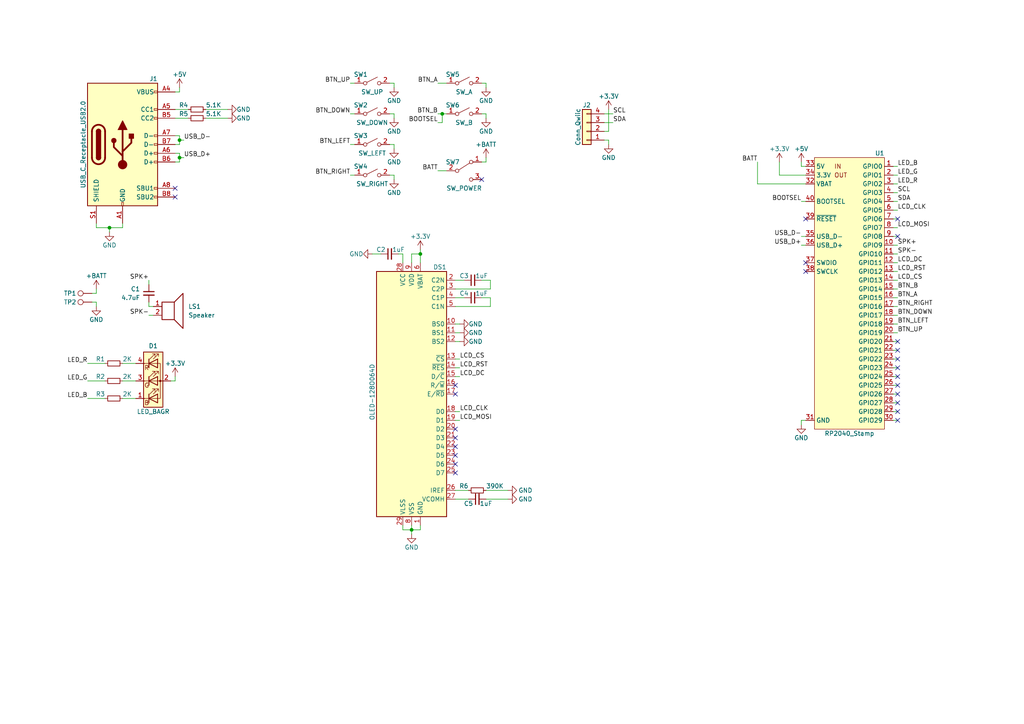
<source format=kicad_sch>
(kicad_sch (version 20211123) (generator eeschema)

  (uuid 38a776c9-092c-48e8-b0f5-6efe81e73f1f)

  (paper "A4")

  (lib_symbols
    (symbol "Connector:TestPoint" (pin_numbers hide) (pin_names (offset 0.762) hide) (in_bom yes) (on_board yes)
      (property "Reference" "TP" (id 0) (at 0 6.858 0)
        (effects (font (size 1.27 1.27)))
      )
      (property "Value" "TestPoint" (id 1) (at 0 5.08 0)
        (effects (font (size 1.27 1.27)))
      )
      (property "Footprint" "" (id 2) (at 5.08 0 0)
        (effects (font (size 1.27 1.27)) hide)
      )
      (property "Datasheet" "~" (id 3) (at 5.08 0 0)
        (effects (font (size 1.27 1.27)) hide)
      )
      (property "ki_keywords" "test point tp" (id 4) (at 0 0 0)
        (effects (font (size 1.27 1.27)) hide)
      )
      (property "ki_description" "test point" (id 5) (at 0 0 0)
        (effects (font (size 1.27 1.27)) hide)
      )
      (property "ki_fp_filters" "Pin* Test*" (id 6) (at 0 0 0)
        (effects (font (size 1.27 1.27)) hide)
      )
      (symbol "TestPoint_0_1"
        (circle (center 0 3.302) (radius 0.762)
          (stroke (width 0) (type default) (color 0 0 0 0))
          (fill (type none))
        )
      )
      (symbol "TestPoint_1_1"
        (pin passive line (at 0 0 90) (length 2.54)
          (name "1" (effects (font (size 1.27 1.27))))
          (number "1" (effects (font (size 1.27 1.27))))
        )
      )
    )
    (symbol "Connector:USB_C_Receptacle_USB2.0" (pin_names (offset 1.016)) (in_bom yes) (on_board yes)
      (property "Reference" "J" (id 0) (at -10.16 19.05 0)
        (effects (font (size 1.27 1.27)) (justify left))
      )
      (property "Value" "USB_C_Receptacle_USB2.0" (id 1) (at 19.05 19.05 0)
        (effects (font (size 1.27 1.27)) (justify right))
      )
      (property "Footprint" "" (id 2) (at 3.81 0 0)
        (effects (font (size 1.27 1.27)) hide)
      )
      (property "Datasheet" "https://www.usb.org/sites/default/files/documents/usb_type-c.zip" (id 3) (at 3.81 0 0)
        (effects (font (size 1.27 1.27)) hide)
      )
      (property "ki_keywords" "usb universal serial bus type-C USB2.0" (id 4) (at 0 0 0)
        (effects (font (size 1.27 1.27)) hide)
      )
      (property "ki_description" "USB 2.0-only Type-C Receptacle connector" (id 5) (at 0 0 0)
        (effects (font (size 1.27 1.27)) hide)
      )
      (property "ki_fp_filters" "USB*C*Receptacle*" (id 6) (at 0 0 0)
        (effects (font (size 1.27 1.27)) hide)
      )
      (symbol "USB_C_Receptacle_USB2.0_0_0"
        (rectangle (start -0.254 -17.78) (end 0.254 -16.764)
          (stroke (width 0) (type default) (color 0 0 0 0))
          (fill (type none))
        )
        (rectangle (start 10.16 -14.986) (end 9.144 -15.494)
          (stroke (width 0) (type default) (color 0 0 0 0))
          (fill (type none))
        )
        (rectangle (start 10.16 -12.446) (end 9.144 -12.954)
          (stroke (width 0) (type default) (color 0 0 0 0))
          (fill (type none))
        )
        (rectangle (start 10.16 -4.826) (end 9.144 -5.334)
          (stroke (width 0) (type default) (color 0 0 0 0))
          (fill (type none))
        )
        (rectangle (start 10.16 -2.286) (end 9.144 -2.794)
          (stroke (width 0) (type default) (color 0 0 0 0))
          (fill (type none))
        )
        (rectangle (start 10.16 0.254) (end 9.144 -0.254)
          (stroke (width 0) (type default) (color 0 0 0 0))
          (fill (type none))
        )
        (rectangle (start 10.16 2.794) (end 9.144 2.286)
          (stroke (width 0) (type default) (color 0 0 0 0))
          (fill (type none))
        )
        (rectangle (start 10.16 7.874) (end 9.144 7.366)
          (stroke (width 0) (type default) (color 0 0 0 0))
          (fill (type none))
        )
        (rectangle (start 10.16 10.414) (end 9.144 9.906)
          (stroke (width 0) (type default) (color 0 0 0 0))
          (fill (type none))
        )
        (rectangle (start 10.16 15.494) (end 9.144 14.986)
          (stroke (width 0) (type default) (color 0 0 0 0))
          (fill (type none))
        )
      )
      (symbol "USB_C_Receptacle_USB2.0_0_1"
        (rectangle (start -10.16 17.78) (end 10.16 -17.78)
          (stroke (width 0.254) (type default) (color 0 0 0 0))
          (fill (type background))
        )
        (arc (start -8.89 -3.81) (mid -6.985 -5.715) (end -5.08 -3.81)
          (stroke (width 0.508) (type default) (color 0 0 0 0))
          (fill (type none))
        )
        (arc (start -7.62 -3.81) (mid -6.985 -4.445) (end -6.35 -3.81)
          (stroke (width 0.254) (type default) (color 0 0 0 0))
          (fill (type none))
        )
        (arc (start -7.62 -3.81) (mid -6.985 -4.445) (end -6.35 -3.81)
          (stroke (width 0.254) (type default) (color 0 0 0 0))
          (fill (type outline))
        )
        (rectangle (start -7.62 -3.81) (end -6.35 3.81)
          (stroke (width 0.254) (type default) (color 0 0 0 0))
          (fill (type outline))
        )
        (arc (start -6.35 3.81) (mid -6.985 4.445) (end -7.62 3.81)
          (stroke (width 0.254) (type default) (color 0 0 0 0))
          (fill (type none))
        )
        (arc (start -6.35 3.81) (mid -6.985 4.445) (end -7.62 3.81)
          (stroke (width 0.254) (type default) (color 0 0 0 0))
          (fill (type outline))
        )
        (arc (start -5.08 3.81) (mid -6.985 5.715) (end -8.89 3.81)
          (stroke (width 0.508) (type default) (color 0 0 0 0))
          (fill (type none))
        )
        (circle (center -2.54 1.143) (radius 0.635)
          (stroke (width 0.254) (type default) (color 0 0 0 0))
          (fill (type outline))
        )
        (circle (center 0 -5.842) (radius 1.27)
          (stroke (width 0) (type default) (color 0 0 0 0))
          (fill (type outline))
        )
        (polyline
          (pts
            (xy -8.89 -3.81)
            (xy -8.89 3.81)
          )
          (stroke (width 0.508) (type default) (color 0 0 0 0))
          (fill (type none))
        )
        (polyline
          (pts
            (xy -5.08 3.81)
            (xy -5.08 -3.81)
          )
          (stroke (width 0.508) (type default) (color 0 0 0 0))
          (fill (type none))
        )
        (polyline
          (pts
            (xy 0 -5.842)
            (xy 0 4.318)
          )
          (stroke (width 0.508) (type default) (color 0 0 0 0))
          (fill (type none))
        )
        (polyline
          (pts
            (xy 0 -3.302)
            (xy -2.54 -0.762)
            (xy -2.54 0.508)
          )
          (stroke (width 0.508) (type default) (color 0 0 0 0))
          (fill (type none))
        )
        (polyline
          (pts
            (xy 0 -2.032)
            (xy 2.54 0.508)
            (xy 2.54 1.778)
          )
          (stroke (width 0.508) (type default) (color 0 0 0 0))
          (fill (type none))
        )
        (polyline
          (pts
            (xy -1.27 4.318)
            (xy 0 6.858)
            (xy 1.27 4.318)
            (xy -1.27 4.318)
          )
          (stroke (width 0.254) (type default) (color 0 0 0 0))
          (fill (type outline))
        )
        (rectangle (start 1.905 1.778) (end 3.175 3.048)
          (stroke (width 0.254) (type default) (color 0 0 0 0))
          (fill (type outline))
        )
      )
      (symbol "USB_C_Receptacle_USB2.0_1_1"
        (pin passive line (at 0 -22.86 90) (length 5.08)
          (name "GND" (effects (font (size 1.27 1.27))))
          (number "A1" (effects (font (size 1.27 1.27))))
        )
        (pin passive line (at 0 -22.86 90) (length 5.08) hide
          (name "GND" (effects (font (size 1.27 1.27))))
          (number "A12" (effects (font (size 1.27 1.27))))
        )
        (pin passive line (at 15.24 15.24 180) (length 5.08)
          (name "VBUS" (effects (font (size 1.27 1.27))))
          (number "A4" (effects (font (size 1.27 1.27))))
        )
        (pin bidirectional line (at 15.24 10.16 180) (length 5.08)
          (name "CC1" (effects (font (size 1.27 1.27))))
          (number "A5" (effects (font (size 1.27 1.27))))
        )
        (pin bidirectional line (at 15.24 -2.54 180) (length 5.08)
          (name "D+" (effects (font (size 1.27 1.27))))
          (number "A6" (effects (font (size 1.27 1.27))))
        )
        (pin bidirectional line (at 15.24 2.54 180) (length 5.08)
          (name "D-" (effects (font (size 1.27 1.27))))
          (number "A7" (effects (font (size 1.27 1.27))))
        )
        (pin bidirectional line (at 15.24 -12.7 180) (length 5.08)
          (name "SBU1" (effects (font (size 1.27 1.27))))
          (number "A8" (effects (font (size 1.27 1.27))))
        )
        (pin passive line (at 15.24 15.24 180) (length 5.08) hide
          (name "VBUS" (effects (font (size 1.27 1.27))))
          (number "A9" (effects (font (size 1.27 1.27))))
        )
        (pin passive line (at 0 -22.86 90) (length 5.08) hide
          (name "GND" (effects (font (size 1.27 1.27))))
          (number "B1" (effects (font (size 1.27 1.27))))
        )
        (pin passive line (at 0 -22.86 90) (length 5.08) hide
          (name "GND" (effects (font (size 1.27 1.27))))
          (number "B12" (effects (font (size 1.27 1.27))))
        )
        (pin passive line (at 15.24 15.24 180) (length 5.08) hide
          (name "VBUS" (effects (font (size 1.27 1.27))))
          (number "B4" (effects (font (size 1.27 1.27))))
        )
        (pin bidirectional line (at 15.24 7.62 180) (length 5.08)
          (name "CC2" (effects (font (size 1.27 1.27))))
          (number "B5" (effects (font (size 1.27 1.27))))
        )
        (pin bidirectional line (at 15.24 -5.08 180) (length 5.08)
          (name "D+" (effects (font (size 1.27 1.27))))
          (number "B6" (effects (font (size 1.27 1.27))))
        )
        (pin bidirectional line (at 15.24 0 180) (length 5.08)
          (name "D-" (effects (font (size 1.27 1.27))))
          (number "B7" (effects (font (size 1.27 1.27))))
        )
        (pin bidirectional line (at 15.24 -15.24 180) (length 5.08)
          (name "SBU2" (effects (font (size 1.27 1.27))))
          (number "B8" (effects (font (size 1.27 1.27))))
        )
        (pin passive line (at 15.24 15.24 180) (length 5.08) hide
          (name "VBUS" (effects (font (size 1.27 1.27))))
          (number "B9" (effects (font (size 1.27 1.27))))
        )
        (pin passive line (at -7.62 -22.86 90) (length 5.08)
          (name "SHIELD" (effects (font (size 1.27 1.27))))
          (number "S1" (effects (font (size 1.27 1.27))))
        )
      )
    )
    (symbol "Connector_Generic:Conn_01x04" (pin_names (offset 1.016) hide) (in_bom yes) (on_board yes)
      (property "Reference" "J" (id 0) (at 0 5.08 0)
        (effects (font (size 1.27 1.27)))
      )
      (property "Value" "Conn_01x04" (id 1) (at 0 -7.62 0)
        (effects (font (size 1.27 1.27)))
      )
      (property "Footprint" "" (id 2) (at 0 0 0)
        (effects (font (size 1.27 1.27)) hide)
      )
      (property "Datasheet" "~" (id 3) (at 0 0 0)
        (effects (font (size 1.27 1.27)) hide)
      )
      (property "ki_keywords" "connector" (id 4) (at 0 0 0)
        (effects (font (size 1.27 1.27)) hide)
      )
      (property "ki_description" "Generic connector, single row, 01x04, script generated (kicad-library-utils/schlib/autogen/connector/)" (id 5) (at 0 0 0)
        (effects (font (size 1.27 1.27)) hide)
      )
      (property "ki_fp_filters" "Connector*:*_1x??_*" (id 6) (at 0 0 0)
        (effects (font (size 1.27 1.27)) hide)
      )
      (symbol "Conn_01x04_1_1"
        (rectangle (start -1.27 -4.953) (end 0 -5.207)
          (stroke (width 0.1524) (type default) (color 0 0 0 0))
          (fill (type none))
        )
        (rectangle (start -1.27 -2.413) (end 0 -2.667)
          (stroke (width 0.1524) (type default) (color 0 0 0 0))
          (fill (type none))
        )
        (rectangle (start -1.27 0.127) (end 0 -0.127)
          (stroke (width 0.1524) (type default) (color 0 0 0 0))
          (fill (type none))
        )
        (rectangle (start -1.27 2.667) (end 0 2.413)
          (stroke (width 0.1524) (type default) (color 0 0 0 0))
          (fill (type none))
        )
        (rectangle (start -1.27 3.81) (end 1.27 -6.35)
          (stroke (width 0.254) (type default) (color 0 0 0 0))
          (fill (type background))
        )
        (pin passive line (at -5.08 2.54 0) (length 3.81)
          (name "Pin_1" (effects (font (size 1.27 1.27))))
          (number "1" (effects (font (size 1.27 1.27))))
        )
        (pin passive line (at -5.08 0 0) (length 3.81)
          (name "Pin_2" (effects (font (size 1.27 1.27))))
          (number "2" (effects (font (size 1.27 1.27))))
        )
        (pin passive line (at -5.08 -2.54 0) (length 3.81)
          (name "Pin_3" (effects (font (size 1.27 1.27))))
          (number "3" (effects (font (size 1.27 1.27))))
        )
        (pin passive line (at -5.08 -5.08 0) (length 3.81)
          (name "Pin_4" (effects (font (size 1.27 1.27))))
          (number "4" (effects (font (size 1.27 1.27))))
        )
      )
    )
    (symbol "Device:C_Small" (pin_numbers hide) (pin_names (offset 0.254) hide) (in_bom yes) (on_board yes)
      (property "Reference" "C" (id 0) (at 0.254 1.778 0)
        (effects (font (size 1.27 1.27)) (justify left))
      )
      (property "Value" "C_Small" (id 1) (at 0.254 -2.032 0)
        (effects (font (size 1.27 1.27)) (justify left))
      )
      (property "Footprint" "" (id 2) (at 0 0 0)
        (effects (font (size 1.27 1.27)) hide)
      )
      (property "Datasheet" "~" (id 3) (at 0 0 0)
        (effects (font (size 1.27 1.27)) hide)
      )
      (property "ki_keywords" "capacitor cap" (id 4) (at 0 0 0)
        (effects (font (size 1.27 1.27)) hide)
      )
      (property "ki_description" "Unpolarized capacitor, small symbol" (id 5) (at 0 0 0)
        (effects (font (size 1.27 1.27)) hide)
      )
      (property "ki_fp_filters" "C_*" (id 6) (at 0 0 0)
        (effects (font (size 1.27 1.27)) hide)
      )
      (symbol "C_Small_0_1"
        (polyline
          (pts
            (xy -1.524 -0.508)
            (xy 1.524 -0.508)
          )
          (stroke (width 0.3302) (type default) (color 0 0 0 0))
          (fill (type none))
        )
        (polyline
          (pts
            (xy -1.524 0.508)
            (xy 1.524 0.508)
          )
          (stroke (width 0.3048) (type default) (color 0 0 0 0))
          (fill (type none))
        )
      )
      (symbol "C_Small_1_1"
        (pin passive line (at 0 2.54 270) (length 2.032)
          (name "~" (effects (font (size 1.27 1.27))))
          (number "1" (effects (font (size 1.27 1.27))))
        )
        (pin passive line (at 0 -2.54 90) (length 2.032)
          (name "~" (effects (font (size 1.27 1.27))))
          (number "2" (effects (font (size 1.27 1.27))))
        )
      )
    )
    (symbol "Device:LED_BAGR" (pin_names (offset 0) hide) (in_bom yes) (on_board yes)
      (property "Reference" "D" (id 0) (at 0 9.398 0)
        (effects (font (size 1.27 1.27)))
      )
      (property "Value" "LED_BAGR" (id 1) (at 0 -8.89 0)
        (effects (font (size 1.27 1.27)))
      )
      (property "Footprint" "" (id 2) (at 0 -1.27 0)
        (effects (font (size 1.27 1.27)) hide)
      )
      (property "Datasheet" "~" (id 3) (at 0 -1.27 0)
        (effects (font (size 1.27 1.27)) hide)
      )
      (property "ki_keywords" "LED RGB diode" (id 4) (at 0 0 0)
        (effects (font (size 1.27 1.27)) hide)
      )
      (property "ki_description" "RGB LED, blue/anode/green/red" (id 5) (at 0 0 0)
        (effects (font (size 1.27 1.27)) hide)
      )
      (property "ki_fp_filters" "LED* LED_SMD:* LED_THT:*" (id 6) (at 0 0 0)
        (effects (font (size 1.27 1.27)) hide)
      )
      (symbol "LED_BAGR_0_0"
        (text "B" (at -1.905 -6.35 0)
          (effects (font (size 1.27 1.27)))
        )
        (text "G" (at -1.905 -1.27 0)
          (effects (font (size 1.27 1.27)))
        )
        (text "R" (at -1.905 3.81 0)
          (effects (font (size 1.27 1.27)))
        )
      )
      (symbol "LED_BAGR_0_1"
        (polyline
          (pts
            (xy -1.27 -5.08)
            (xy -2.54 -5.08)
          )
          (stroke (width 0) (type default) (color 0 0 0 0))
          (fill (type none))
        )
        (polyline
          (pts
            (xy -1.27 -5.08)
            (xy 1.27 -5.08)
          )
          (stroke (width 0) (type default) (color 0 0 0 0))
          (fill (type none))
        )
        (polyline
          (pts
            (xy -1.27 -3.81)
            (xy -1.27 -6.35)
          )
          (stroke (width 0.254) (type default) (color 0 0 0 0))
          (fill (type none))
        )
        (polyline
          (pts
            (xy -1.27 0)
            (xy -2.54 0)
          )
          (stroke (width 0) (type default) (color 0 0 0 0))
          (fill (type none))
        )
        (polyline
          (pts
            (xy -1.27 1.27)
            (xy -1.27 -1.27)
          )
          (stroke (width 0.254) (type default) (color 0 0 0 0))
          (fill (type none))
        )
        (polyline
          (pts
            (xy -1.27 5.08)
            (xy -2.54 5.08)
          )
          (stroke (width 0) (type default) (color 0 0 0 0))
          (fill (type none))
        )
        (polyline
          (pts
            (xy -1.27 5.08)
            (xy 1.27 5.08)
          )
          (stroke (width 0) (type default) (color 0 0 0 0))
          (fill (type none))
        )
        (polyline
          (pts
            (xy -1.27 6.35)
            (xy -1.27 3.81)
          )
          (stroke (width 0.254) (type default) (color 0 0 0 0))
          (fill (type none))
        )
        (polyline
          (pts
            (xy 1.27 0)
            (xy -1.27 0)
          )
          (stroke (width 0) (type default) (color 0 0 0 0))
          (fill (type none))
        )
        (polyline
          (pts
            (xy 1.27 0)
            (xy 2.54 0)
          )
          (stroke (width 0) (type default) (color 0 0 0 0))
          (fill (type none))
        )
        (polyline
          (pts
            (xy -1.27 1.27)
            (xy -1.27 -1.27)
            (xy -1.27 -1.27)
          )
          (stroke (width 0) (type default) (color 0 0 0 0))
          (fill (type none))
        )
        (polyline
          (pts
            (xy -1.27 6.35)
            (xy -1.27 3.81)
            (xy -1.27 3.81)
          )
          (stroke (width 0) (type default) (color 0 0 0 0))
          (fill (type none))
        )
        (polyline
          (pts
            (xy 1.27 -5.08)
            (xy 2.032 -5.08)
            (xy 2.032 5.08)
            (xy 1.27 5.08)
          )
          (stroke (width 0) (type default) (color 0 0 0 0))
          (fill (type none))
        )
        (polyline
          (pts
            (xy 1.27 -3.81)
            (xy 1.27 -6.35)
            (xy -1.27 -5.08)
            (xy 1.27 -3.81)
          )
          (stroke (width 0.254) (type default) (color 0 0 0 0))
          (fill (type none))
        )
        (polyline
          (pts
            (xy 1.27 1.27)
            (xy 1.27 -1.27)
            (xy -1.27 0)
            (xy 1.27 1.27)
          )
          (stroke (width 0.254) (type default) (color 0 0 0 0))
          (fill (type none))
        )
        (polyline
          (pts
            (xy 1.27 6.35)
            (xy 1.27 3.81)
            (xy -1.27 5.08)
            (xy 1.27 6.35)
          )
          (stroke (width 0.254) (type default) (color 0 0 0 0))
          (fill (type none))
        )
        (polyline
          (pts
            (xy -1.016 -3.81)
            (xy 0.508 -2.286)
            (xy -0.254 -2.286)
            (xy 0.508 -2.286)
            (xy 0.508 -3.048)
          )
          (stroke (width 0) (type default) (color 0 0 0 0))
          (fill (type none))
        )
        (polyline
          (pts
            (xy -1.016 1.27)
            (xy 0.508 2.794)
            (xy -0.254 2.794)
            (xy 0.508 2.794)
            (xy 0.508 2.032)
          )
          (stroke (width 0) (type default) (color 0 0 0 0))
          (fill (type none))
        )
        (polyline
          (pts
            (xy -1.016 6.35)
            (xy 0.508 7.874)
            (xy -0.254 7.874)
            (xy 0.508 7.874)
            (xy 0.508 7.112)
          )
          (stroke (width 0) (type default) (color 0 0 0 0))
          (fill (type none))
        )
        (polyline
          (pts
            (xy 0 -3.81)
            (xy 1.524 -2.286)
            (xy 0.762 -2.286)
            (xy 1.524 -2.286)
            (xy 1.524 -3.048)
          )
          (stroke (width 0) (type default) (color 0 0 0 0))
          (fill (type none))
        )
        (polyline
          (pts
            (xy 0 1.27)
            (xy 1.524 2.794)
            (xy 0.762 2.794)
            (xy 1.524 2.794)
            (xy 1.524 2.032)
          )
          (stroke (width 0) (type default) (color 0 0 0 0))
          (fill (type none))
        )
        (polyline
          (pts
            (xy 0 6.35)
            (xy 1.524 7.874)
            (xy 0.762 7.874)
            (xy 1.524 7.874)
            (xy 1.524 7.112)
          )
          (stroke (width 0) (type default) (color 0 0 0 0))
          (fill (type none))
        )
        (rectangle (start 1.27 -1.27) (end 1.27 1.27)
          (stroke (width 0) (type default) (color 0 0 0 0))
          (fill (type none))
        )
        (rectangle (start 1.27 1.27) (end 1.27 1.27)
          (stroke (width 0) (type default) (color 0 0 0 0))
          (fill (type none))
        )
        (rectangle (start 1.27 3.81) (end 1.27 6.35)
          (stroke (width 0) (type default) (color 0 0 0 0))
          (fill (type none))
        )
        (rectangle (start 1.27 6.35) (end 1.27 6.35)
          (stroke (width 0) (type default) (color 0 0 0 0))
          (fill (type none))
        )
        (circle (center 2.032 0) (radius 0.254)
          (stroke (width 0) (type default) (color 0 0 0 0))
          (fill (type outline))
        )
        (rectangle (start 2.794 8.382) (end -2.794 -7.62)
          (stroke (width 0.254) (type default) (color 0 0 0 0))
          (fill (type background))
        )
      )
      (symbol "LED_BAGR_1_1"
        (pin passive line (at -5.08 -5.08 0) (length 2.54)
          (name "BK" (effects (font (size 1.27 1.27))))
          (number "1" (effects (font (size 1.27 1.27))))
        )
        (pin passive line (at 5.08 0 180) (length 2.54)
          (name "A" (effects (font (size 1.27 1.27))))
          (number "2" (effects (font (size 1.27 1.27))))
        )
        (pin passive line (at -5.08 0 0) (length 2.54)
          (name "GK" (effects (font (size 1.27 1.27))))
          (number "3" (effects (font (size 1.27 1.27))))
        )
        (pin passive line (at -5.08 5.08 0) (length 2.54)
          (name "RK" (effects (font (size 1.27 1.27))))
          (number "4" (effects (font (size 1.27 1.27))))
        )
      )
    )
    (symbol "Device:R_Small" (pin_numbers hide) (pin_names (offset 0.254) hide) (in_bom yes) (on_board yes)
      (property "Reference" "R" (id 0) (at 0.762 0.508 0)
        (effects (font (size 1.27 1.27)) (justify left))
      )
      (property "Value" "R_Small" (id 1) (at 0.762 -1.016 0)
        (effects (font (size 1.27 1.27)) (justify left))
      )
      (property "Footprint" "" (id 2) (at 0 0 0)
        (effects (font (size 1.27 1.27)) hide)
      )
      (property "Datasheet" "~" (id 3) (at 0 0 0)
        (effects (font (size 1.27 1.27)) hide)
      )
      (property "ki_keywords" "R resistor" (id 4) (at 0 0 0)
        (effects (font (size 1.27 1.27)) hide)
      )
      (property "ki_description" "Resistor, small symbol" (id 5) (at 0 0 0)
        (effects (font (size 1.27 1.27)) hide)
      )
      (property "ki_fp_filters" "R_*" (id 6) (at 0 0 0)
        (effects (font (size 1.27 1.27)) hide)
      )
      (symbol "R_Small_0_1"
        (rectangle (start -0.762 1.778) (end 0.762 -1.778)
          (stroke (width 0.2032) (type default) (color 0 0 0 0))
          (fill (type none))
        )
      )
      (symbol "R_Small_1_1"
        (pin passive line (at 0 2.54 270) (length 0.762)
          (name "~" (effects (font (size 1.27 1.27))))
          (number "1" (effects (font (size 1.27 1.27))))
        )
        (pin passive line (at 0 -2.54 90) (length 0.762)
          (name "~" (effects (font (size 1.27 1.27))))
          (number "2" (effects (font (size 1.27 1.27))))
        )
      )
    )
    (symbol "Device:Speaker" (pin_names (offset 0) hide) (in_bom yes) (on_board yes)
      (property "Reference" "LS" (id 0) (at 1.27 5.715 0)
        (effects (font (size 1.27 1.27)) (justify right))
      )
      (property "Value" "Speaker" (id 1) (at 1.27 3.81 0)
        (effects (font (size 1.27 1.27)) (justify right))
      )
      (property "Footprint" "" (id 2) (at 0 -5.08 0)
        (effects (font (size 1.27 1.27)) hide)
      )
      (property "Datasheet" "~" (id 3) (at -0.254 -1.27 0)
        (effects (font (size 1.27 1.27)) hide)
      )
      (property "ki_keywords" "speaker sound" (id 4) (at 0 0 0)
        (effects (font (size 1.27 1.27)) hide)
      )
      (property "ki_description" "Speaker" (id 5) (at 0 0 0)
        (effects (font (size 1.27 1.27)) hide)
      )
      (symbol "Speaker_0_0"
        (rectangle (start -2.54 1.27) (end 1.016 -3.81)
          (stroke (width 0.254) (type default) (color 0 0 0 0))
          (fill (type none))
        )
        (polyline
          (pts
            (xy 1.016 1.27)
            (xy 3.556 3.81)
            (xy 3.556 -6.35)
            (xy 1.016 -3.81)
          )
          (stroke (width 0.254) (type default) (color 0 0 0 0))
          (fill (type none))
        )
      )
      (symbol "Speaker_1_1"
        (pin input line (at -5.08 0 0) (length 2.54)
          (name "1" (effects (font (size 1.27 1.27))))
          (number "1" (effects (font (size 1.27 1.27))))
        )
        (pin input line (at -5.08 -2.54 0) (length 2.54)
          (name "2" (effects (font (size 1.27 1.27))))
          (number "2" (effects (font (size 1.27 1.27))))
        )
      )
    )
    (symbol "Display_Graphic:OLED-128O064D" (in_bom yes) (on_board yes)
      (property "Reference" "DS" (id 0) (at -10.16 38.1 0)
        (effects (font (size 1.27 1.27)))
      )
      (property "Value" "OLED-128O064D" (id 1) (at 12.7 38.1 0)
        (effects (font (size 1.27 1.27)))
      )
      (property "Footprint" "Display:OLED-128O064D" (id 2) (at 0 0 0)
        (effects (font (size 1.27 1.27)) hide)
      )
      (property "Datasheet" "https://www.vishay.com/docs/37902/oled128o064dbpp3n00000.pdf" (id 3) (at 0 20.32 0)
        (effects (font (size 1.27 1.27)) hide)
      )
      (property "ki_keywords" "display oled" (id 4) (at 0 0 0)
        (effects (font (size 1.27 1.27)) hide)
      )
      (property "ki_description" "OLED display 128x64" (id 5) (at 0 0 0)
        (effects (font (size 1.27 1.27)) hide)
      )
      (property "ki_fp_filters" "OLED?128O064D*" (id 6) (at 0 0 0)
        (effects (font (size 1.27 1.27)) hide)
      )
      (symbol "OLED-128O064D_0_1"
        (rectangle (start -10.16 35.56) (end 10.16 -35.56)
          (stroke (width 0.254) (type default) (color 0 0 0 0))
          (fill (type background))
        )
      )
      (symbol "OLED-128O064D_1_1"
        (pin power_in line (at -2.54 -38.1 90) (length 2.54)
          (name "GND" (effects (font (size 1.27 1.27))))
          (number "1" (effects (font (size 1.27 1.27))))
        )
        (pin input line (at -12.7 20.32 0) (length 2.54)
          (name "BS0" (effects (font (size 1.27 1.27))))
          (number "10" (effects (font (size 1.27 1.27))))
        )
        (pin input line (at -12.7 17.78 0) (length 2.54)
          (name "BS1" (effects (font (size 1.27 1.27))))
          (number "11" (effects (font (size 1.27 1.27))))
        )
        (pin input line (at -12.7 15.24 0) (length 2.54)
          (name "BS2" (effects (font (size 1.27 1.27))))
          (number "12" (effects (font (size 1.27 1.27))))
        )
        (pin input line (at -12.7 10.16 0) (length 2.54)
          (name "~{CS}" (effects (font (size 1.27 1.27))))
          (number "13" (effects (font (size 1.27 1.27))))
        )
        (pin input line (at -12.7 7.62 0) (length 2.54)
          (name "~{RES}" (effects (font (size 1.27 1.27))))
          (number "14" (effects (font (size 1.27 1.27))))
        )
        (pin input line (at -12.7 5.08 0) (length 2.54)
          (name "D/~{C}" (effects (font (size 1.27 1.27))))
          (number "15" (effects (font (size 1.27 1.27))))
        )
        (pin input line (at -12.7 2.54 0) (length 2.54)
          (name "R/~{W}" (effects (font (size 1.27 1.27))))
          (number "16" (effects (font (size 1.27 1.27))))
        )
        (pin input line (at -12.7 0 0) (length 2.54)
          (name "E/~{RD}" (effects (font (size 1.27 1.27))))
          (number "17" (effects (font (size 1.27 1.27))))
        )
        (pin bidirectional line (at -12.7 -5.08 0) (length 2.54)
          (name "D0" (effects (font (size 1.27 1.27))))
          (number "18" (effects (font (size 1.27 1.27))))
        )
        (pin bidirectional line (at -12.7 -7.62 0) (length 2.54)
          (name "D1" (effects (font (size 1.27 1.27))))
          (number "19" (effects (font (size 1.27 1.27))))
        )
        (pin passive line (at -12.7 33.02 0) (length 2.54)
          (name "C2N" (effects (font (size 1.27 1.27))))
          (number "2" (effects (font (size 1.27 1.27))))
        )
        (pin bidirectional line (at -12.7 -10.16 0) (length 2.54)
          (name "D2" (effects (font (size 1.27 1.27))))
          (number "20" (effects (font (size 1.27 1.27))))
        )
        (pin bidirectional line (at -12.7 -12.7 0) (length 2.54)
          (name "D3" (effects (font (size 1.27 1.27))))
          (number "21" (effects (font (size 1.27 1.27))))
        )
        (pin bidirectional line (at -12.7 -15.24 0) (length 2.54)
          (name "D4" (effects (font (size 1.27 1.27))))
          (number "22" (effects (font (size 1.27 1.27))))
        )
        (pin bidirectional line (at -12.7 -17.78 0) (length 2.54)
          (name "D5" (effects (font (size 1.27 1.27))))
          (number "23" (effects (font (size 1.27 1.27))))
        )
        (pin bidirectional line (at -12.7 -20.32 0) (length 2.54)
          (name "D6" (effects (font (size 1.27 1.27))))
          (number "24" (effects (font (size 1.27 1.27))))
        )
        (pin bidirectional line (at -12.7 -22.86 0) (length 2.54)
          (name "D7" (effects (font (size 1.27 1.27))))
          (number "25" (effects (font (size 1.27 1.27))))
        )
        (pin passive line (at -12.7 -27.94 0) (length 2.54)
          (name "IREF" (effects (font (size 1.27 1.27))))
          (number "26" (effects (font (size 1.27 1.27))))
        )
        (pin passive line (at -12.7 -30.48 0) (length 2.54)
          (name "VCOMH" (effects (font (size 1.27 1.27))))
          (number "27" (effects (font (size 1.27 1.27))))
        )
        (pin power_in line (at 2.54 38.1 270) (length 2.54)
          (name "VCC" (effects (font (size 1.27 1.27))))
          (number "28" (effects (font (size 1.27 1.27))))
        )
        (pin power_in line (at 2.54 -38.1 90) (length 2.54)
          (name "VLSS" (effects (font (size 1.27 1.27))))
          (number "29" (effects (font (size 1.27 1.27))))
        )
        (pin passive line (at -12.7 30.48 0) (length 2.54)
          (name "C2P" (effects (font (size 1.27 1.27))))
          (number "3" (effects (font (size 1.27 1.27))))
        )
        (pin passive line (at -2.54 -38.1 90) (length 2.54) hide
          (name "GND" (effects (font (size 1.27 1.27))))
          (number "30" (effects (font (size 1.27 1.27))))
        )
        (pin passive line (at -12.7 27.94 0) (length 2.54)
          (name "C1P" (effects (font (size 1.27 1.27))))
          (number "4" (effects (font (size 1.27 1.27))))
        )
        (pin passive line (at -12.7 25.4 0) (length 2.54)
          (name "C1N" (effects (font (size 1.27 1.27))))
          (number "5" (effects (font (size 1.27 1.27))))
        )
        (pin power_in line (at -2.54 38.1 270) (length 2.54)
          (name "VBAT" (effects (font (size 1.27 1.27))))
          (number "6" (effects (font (size 1.27 1.27))))
        )
        (pin no_connect line (at 10.16 0 180) (length 2.54) hide
          (name "NC" (effects (font (size 1.27 1.27))))
          (number "7" (effects (font (size 1.27 1.27))))
        )
        (pin power_in line (at 0 -38.1 90) (length 2.54)
          (name "VSS" (effects (font (size 1.27 1.27))))
          (number "8" (effects (font (size 1.27 1.27))))
        )
        (pin power_in line (at 0 38.1 270) (length 2.54)
          (name "VDD" (effects (font (size 1.27 1.27))))
          (number "9" (effects (font (size 1.27 1.27))))
        )
      )
    )
    (symbol "RP2040_Stamp:RP2040_Stamp" (in_bom yes) (on_board yes)
      (property "Reference" "U" (id 0) (at 10.16 43.18 0)
        (effects (font (size 1.27 1.27)))
      )
      (property "Value" "RP2040_Stamp" (id 1) (at 0 -38.1 0)
        (effects (font (size 1.27 1.27)))
      )
      (property "Footprint" "RP2040_Stamp:RP2040_Stamp_SMD" (id 2) (at 0 -40.64 0)
        (effects (font (size 1.27 1.27)) hide)
      )
      (property "Datasheet" "" (id 3) (at -33.02 41.91 0)
        (effects (font (size 1.27 1.27)) hide)
      )
      (symbol "RP2040_Stamp_0_0"
        (text "IN" (at -4.445 39.37 0)
          (effects (font (size 1.27 1.27)) (justify left))
        )
        (text "OUT" (at -4.445 36.83 0)
          (effects (font (size 1.27 1.27)) (justify left))
        )
        (pin bidirectional line (at 12.7 39.37 180) (length 2.54)
          (name "GPIO0" (effects (font (size 1.27 1.27))))
          (number "1" (effects (font (size 1.27 1.27))))
        )
        (pin bidirectional line (at 12.7 16.51 180) (length 2.54)
          (name "GPIO9" (effects (font (size 1.27 1.27))))
          (number "10" (effects (font (size 1.27 1.27))))
        )
        (pin bidirectional line (at 12.7 13.97 180) (length 2.54)
          (name "GPIO10" (effects (font (size 1.27 1.27))))
          (number "11" (effects (font (size 1.27 1.27))))
        )
        (pin bidirectional line (at 12.7 11.43 180) (length 2.54)
          (name "GPIO11" (effects (font (size 1.27 1.27))))
          (number "12" (effects (font (size 1.27 1.27))))
        )
        (pin bidirectional line (at 12.7 8.89 180) (length 2.54)
          (name "GPIO12" (effects (font (size 1.27 1.27))))
          (number "13" (effects (font (size 1.27 1.27))))
        )
        (pin bidirectional line (at 12.7 6.35 180) (length 2.54)
          (name "GPIO13" (effects (font (size 1.27 1.27))))
          (number "14" (effects (font (size 1.27 1.27))))
        )
        (pin bidirectional line (at 12.7 3.81 180) (length 2.54)
          (name "GPIO14" (effects (font (size 1.27 1.27))))
          (number "15" (effects (font (size 1.27 1.27))))
        )
        (pin bidirectional line (at 12.7 1.27 180) (length 2.54)
          (name "GPIO15" (effects (font (size 1.27 1.27))))
          (number "16" (effects (font (size 1.27 1.27))))
        )
        (pin bidirectional line (at 12.7 -1.27 180) (length 2.54)
          (name "GPIO16" (effects (font (size 1.27 1.27))))
          (number "17" (effects (font (size 1.27 1.27))))
        )
        (pin bidirectional line (at 12.7 -3.81 180) (length 2.54)
          (name "GPIO17" (effects (font (size 1.27 1.27))))
          (number "18" (effects (font (size 1.27 1.27))))
        )
        (pin bidirectional line (at 12.7 -6.35 180) (length 2.54)
          (name "GPIO18" (effects (font (size 1.27 1.27))))
          (number "19" (effects (font (size 1.27 1.27))))
        )
        (pin bidirectional line (at 12.7 36.83 180) (length 2.54)
          (name "GPIO1" (effects (font (size 1.27 1.27))))
          (number "2" (effects (font (size 1.27 1.27))))
        )
        (pin bidirectional line (at 12.7 -8.89 180) (length 2.54)
          (name "GPIO19" (effects (font (size 1.27 1.27))))
          (number "20" (effects (font (size 1.27 1.27))))
        )
        (pin bidirectional line (at 12.7 -11.43 180) (length 2.54)
          (name "GPIO20" (effects (font (size 1.27 1.27))))
          (number "21" (effects (font (size 1.27 1.27))))
        )
        (pin bidirectional line (at 12.7 -13.97 180) (length 2.54)
          (name "GPIO21" (effects (font (size 1.27 1.27))))
          (number "22" (effects (font (size 1.27 1.27))))
          (alternate "NEOPIXEL" output line)
        )
        (pin bidirectional line (at 12.7 -16.51 180) (length 2.54)
          (name "GPIO22" (effects (font (size 1.27 1.27))))
          (number "23" (effects (font (size 1.27 1.27))))
        )
        (pin bidirectional line (at 12.7 -19.05 180) (length 2.54)
          (name "GPIO23" (effects (font (size 1.27 1.27))))
          (number "24" (effects (font (size 1.27 1.27))))
        )
        (pin bidirectional line (at 12.7 -21.59 180) (length 2.54)
          (name "GPIO24" (effects (font (size 1.27 1.27))))
          (number "25" (effects (font (size 1.27 1.27))))
        )
        (pin bidirectional line (at 12.7 -24.13 180) (length 2.54)
          (name "GPIO25" (effects (font (size 1.27 1.27))))
          (number "26" (effects (font (size 1.27 1.27))))
        )
        (pin bidirectional line (at 12.7 -26.67 180) (length 2.54)
          (name "GPIO26" (effects (font (size 1.27 1.27))))
          (number "27" (effects (font (size 1.27 1.27))))
          (alternate "A0" input line)
        )
        (pin bidirectional line (at 12.7 -29.21 180) (length 2.54)
          (name "GPIO27" (effects (font (size 1.27 1.27))))
          (number "28" (effects (font (size 1.27 1.27))))
          (alternate "A1" input line)
        )
        (pin bidirectional line (at 12.7 -31.75 180) (length 2.54)
          (name "GPIO28" (effects (font (size 1.27 1.27))))
          (number "29" (effects (font (size 1.27 1.27))))
          (alternate "A2" input line)
        )
        (pin bidirectional line (at 12.7 34.29 180) (length 2.54)
          (name "GPIO2" (effects (font (size 1.27 1.27))))
          (number "3" (effects (font (size 1.27 1.27))))
        )
        (pin bidirectional line (at 12.7 -34.29 180) (length 2.54)
          (name "GPIO29" (effects (font (size 1.27 1.27))))
          (number "30" (effects (font (size 1.27 1.27))))
          (alternate "A3" input line)
        )
        (pin power_in line (at -12.7 -34.29 0) (length 2.54)
          (name "GND" (effects (font (size 1.27 1.27))))
          (number "31" (effects (font (size 1.27 1.27))))
        )
        (pin power_in line (at -12.7 34.29 0) (length 2.54)
          (name "VBAT" (effects (font (size 1.27 1.27))))
          (number "32" (effects (font (size 1.27 1.27))))
        )
        (pin power_in line (at -12.7 39.37 0) (length 2.54)
          (name "5V" (effects (font (size 1.27 1.27))))
          (number "33" (effects (font (size 1.27 1.27))))
        )
        (pin power_out line (at -12.7 36.83 0) (length 2.54)
          (name "3.3V" (effects (font (size 1.27 1.27))))
          (number "34" (effects (font (size 1.27 1.27))))
        )
        (pin bidirectional line (at -12.7 19.05 0) (length 2.54)
          (name "USB_D-" (effects (font (size 1.27 1.27))))
          (number "35" (effects (font (size 1.27 1.27))))
        )
        (pin bidirectional line (at -12.7 16.51 0) (length 2.54)
          (name "USB_D+" (effects (font (size 1.27 1.27))))
          (number "36" (effects (font (size 1.27 1.27))))
        )
        (pin bidirectional line (at -12.7 11.43 0) (length 2.54)
          (name "SWDIO" (effects (font (size 1.27 1.27))))
          (number "37" (effects (font (size 1.27 1.27))))
        )
        (pin input line (at -12.7 8.89 0) (length 2.54)
          (name "SWCLK" (effects (font (size 1.27 1.27))))
          (number "38" (effects (font (size 1.27 1.27))))
        )
        (pin bidirectional line (at -12.7 24.13 0) (length 2.54)
          (name "~{RESET}" (effects (font (size 1.27 1.27))))
          (number "39" (effects (font (size 1.27 1.27))))
        )
        (pin bidirectional line (at 12.7 31.75 180) (length 2.54)
          (name "GPIO3" (effects (font (size 1.27 1.27))))
          (number "4" (effects (font (size 1.27 1.27))))
        )
        (pin input line (at -12.7 29.21 0) (length 2.54)
          (name "BOOTSEL" (effects (font (size 1.27 1.27))))
          (number "40" (effects (font (size 1.27 1.27))))
        )
        (pin bidirectional line (at 12.7 29.21 180) (length 2.54)
          (name "GPIO4" (effects (font (size 1.27 1.27))))
          (number "5" (effects (font (size 1.27 1.27))))
        )
        (pin bidirectional line (at 12.7 26.67 180) (length 2.54)
          (name "GPIO5" (effects (font (size 1.27 1.27))))
          (number "6" (effects (font (size 1.27 1.27))))
        )
        (pin bidirectional line (at 12.7 24.13 180) (length 2.54)
          (name "GPIO6" (effects (font (size 1.27 1.27))))
          (number "7" (effects (font (size 1.27 1.27))))
        )
        (pin bidirectional line (at 12.7 21.59 180) (length 2.54)
          (name "GPIO7" (effects (font (size 1.27 1.27))))
          (number "8" (effects (font (size 1.27 1.27))))
        )
        (pin bidirectional line (at 12.7 19.05 180) (length 2.54)
          (name "GPIO8" (effects (font (size 1.27 1.27))))
          (number "9" (effects (font (size 1.27 1.27))))
        )
      )
      (symbol "RP2040_Stamp_0_1"
        (rectangle (start -10.16 41.91) (end 10.16 -36.83)
          (stroke (width 0.1524) (type default) (color 0 0 0 0))
          (fill (type background))
        )
      )
    )
    (symbol "Switch:SW_SPDT" (pin_names (offset 0) hide) (in_bom yes) (on_board yes)
      (property "Reference" "SW" (id 0) (at 0 4.318 0)
        (effects (font (size 1.27 1.27)))
      )
      (property "Value" "SW_SPDT" (id 1) (at 0 -5.08 0)
        (effects (font (size 1.27 1.27)))
      )
      (property "Footprint" "" (id 2) (at 0 0 0)
        (effects (font (size 1.27 1.27)) hide)
      )
      (property "Datasheet" "~" (id 3) (at 0 0 0)
        (effects (font (size 1.27 1.27)) hide)
      )
      (property "ki_keywords" "switch single-pole double-throw spdt ON-ON" (id 4) (at 0 0 0)
        (effects (font (size 1.27 1.27)) hide)
      )
      (property "ki_description" "Switch, single pole double throw" (id 5) (at 0 0 0)
        (effects (font (size 1.27 1.27)) hide)
      )
      (symbol "SW_SPDT_0_0"
        (circle (center -2.032 0) (radius 0.508)
          (stroke (width 0) (type default) (color 0 0 0 0))
          (fill (type none))
        )
        (circle (center 2.032 -2.54) (radius 0.508)
          (stroke (width 0) (type default) (color 0 0 0 0))
          (fill (type none))
        )
      )
      (symbol "SW_SPDT_0_1"
        (polyline
          (pts
            (xy -1.524 0.254)
            (xy 1.651 2.286)
          )
          (stroke (width 0) (type default) (color 0 0 0 0))
          (fill (type none))
        )
        (circle (center 2.032 2.54) (radius 0.508)
          (stroke (width 0) (type default) (color 0 0 0 0))
          (fill (type none))
        )
      )
      (symbol "SW_SPDT_1_1"
        (pin passive line (at 5.08 2.54 180) (length 2.54)
          (name "A" (effects (font (size 1.27 1.27))))
          (number "1" (effects (font (size 1.27 1.27))))
        )
        (pin passive line (at -5.08 0 0) (length 2.54)
          (name "B" (effects (font (size 1.27 1.27))))
          (number "2" (effects (font (size 1.27 1.27))))
        )
        (pin passive line (at 5.08 -2.54 180) (length 2.54)
          (name "C" (effects (font (size 1.27 1.27))))
          (number "3" (effects (font (size 1.27 1.27))))
        )
      )
    )
    (symbol "Switch:SW_SPST" (pin_names (offset 0) hide) (in_bom yes) (on_board yes)
      (property "Reference" "SW" (id 0) (at 0 3.175 0)
        (effects (font (size 1.27 1.27)))
      )
      (property "Value" "SW_SPST" (id 1) (at 0 -2.54 0)
        (effects (font (size 1.27 1.27)))
      )
      (property "Footprint" "" (id 2) (at 0 0 0)
        (effects (font (size 1.27 1.27)) hide)
      )
      (property "Datasheet" "~" (id 3) (at 0 0 0)
        (effects (font (size 1.27 1.27)) hide)
      )
      (property "ki_keywords" "switch lever" (id 4) (at 0 0 0)
        (effects (font (size 1.27 1.27)) hide)
      )
      (property "ki_description" "Single Pole Single Throw (SPST) switch" (id 5) (at 0 0 0)
        (effects (font (size 1.27 1.27)) hide)
      )
      (symbol "SW_SPST_0_0"
        (circle (center -2.032 0) (radius 0.508)
          (stroke (width 0) (type default) (color 0 0 0 0))
          (fill (type none))
        )
        (polyline
          (pts
            (xy -1.524 0.254)
            (xy 1.524 1.778)
          )
          (stroke (width 0) (type default) (color 0 0 0 0))
          (fill (type none))
        )
        (circle (center 2.032 0) (radius 0.508)
          (stroke (width 0) (type default) (color 0 0 0 0))
          (fill (type none))
        )
      )
      (symbol "SW_SPST_1_1"
        (pin passive line (at -5.08 0 0) (length 2.54)
          (name "A" (effects (font (size 1.27 1.27))))
          (number "1" (effects (font (size 1.27 1.27))))
        )
        (pin passive line (at 5.08 0 180) (length 2.54)
          (name "B" (effects (font (size 1.27 1.27))))
          (number "2" (effects (font (size 1.27 1.27))))
        )
      )
    )
    (symbol "power:+3.3V" (power) (pin_names (offset 0)) (in_bom yes) (on_board yes)
      (property "Reference" "#PWR" (id 0) (at 0 -3.81 0)
        (effects (font (size 1.27 1.27)) hide)
      )
      (property "Value" "+3.3V" (id 1) (at 0 3.556 0)
        (effects (font (size 1.27 1.27)))
      )
      (property "Footprint" "" (id 2) (at 0 0 0)
        (effects (font (size 1.27 1.27)) hide)
      )
      (property "Datasheet" "" (id 3) (at 0 0 0)
        (effects (font (size 1.27 1.27)) hide)
      )
      (property "ki_keywords" "power-flag" (id 4) (at 0 0 0)
        (effects (font (size 1.27 1.27)) hide)
      )
      (property "ki_description" "Power symbol creates a global label with name \"+3.3V\"" (id 5) (at 0 0 0)
        (effects (font (size 1.27 1.27)) hide)
      )
      (symbol "+3.3V_0_1"
        (polyline
          (pts
            (xy -0.762 1.27)
            (xy 0 2.54)
          )
          (stroke (width 0) (type default) (color 0 0 0 0))
          (fill (type none))
        )
        (polyline
          (pts
            (xy 0 0)
            (xy 0 2.54)
          )
          (stroke (width 0) (type default) (color 0 0 0 0))
          (fill (type none))
        )
        (polyline
          (pts
            (xy 0 2.54)
            (xy 0.762 1.27)
          )
          (stroke (width 0) (type default) (color 0 0 0 0))
          (fill (type none))
        )
      )
      (symbol "+3.3V_1_1"
        (pin power_in line (at 0 0 90) (length 0) hide
          (name "+3.3V" (effects (font (size 1.27 1.27))))
          (number "1" (effects (font (size 1.27 1.27))))
        )
      )
    )
    (symbol "power:+5V" (power) (pin_names (offset 0)) (in_bom yes) (on_board yes)
      (property "Reference" "#PWR" (id 0) (at 0 -3.81 0)
        (effects (font (size 1.27 1.27)) hide)
      )
      (property "Value" "+5V" (id 1) (at 0 3.556 0)
        (effects (font (size 1.27 1.27)))
      )
      (property "Footprint" "" (id 2) (at 0 0 0)
        (effects (font (size 1.27 1.27)) hide)
      )
      (property "Datasheet" "" (id 3) (at 0 0 0)
        (effects (font (size 1.27 1.27)) hide)
      )
      (property "ki_keywords" "power-flag" (id 4) (at 0 0 0)
        (effects (font (size 1.27 1.27)) hide)
      )
      (property "ki_description" "Power symbol creates a global label with name \"+5V\"" (id 5) (at 0 0 0)
        (effects (font (size 1.27 1.27)) hide)
      )
      (symbol "+5V_0_1"
        (polyline
          (pts
            (xy -0.762 1.27)
            (xy 0 2.54)
          )
          (stroke (width 0) (type default) (color 0 0 0 0))
          (fill (type none))
        )
        (polyline
          (pts
            (xy 0 0)
            (xy 0 2.54)
          )
          (stroke (width 0) (type default) (color 0 0 0 0))
          (fill (type none))
        )
        (polyline
          (pts
            (xy 0 2.54)
            (xy 0.762 1.27)
          )
          (stroke (width 0) (type default) (color 0 0 0 0))
          (fill (type none))
        )
      )
      (symbol "+5V_1_1"
        (pin power_in line (at 0 0 90) (length 0) hide
          (name "+5V" (effects (font (size 1.27 1.27))))
          (number "1" (effects (font (size 1.27 1.27))))
        )
      )
    )
    (symbol "power:+BATT" (power) (pin_names (offset 0)) (in_bom yes) (on_board yes)
      (property "Reference" "#PWR" (id 0) (at 0 -3.81 0)
        (effects (font (size 1.27 1.27)) hide)
      )
      (property "Value" "+BATT" (id 1) (at 0 3.556 0)
        (effects (font (size 1.27 1.27)))
      )
      (property "Footprint" "" (id 2) (at 0 0 0)
        (effects (font (size 1.27 1.27)) hide)
      )
      (property "Datasheet" "" (id 3) (at 0 0 0)
        (effects (font (size 1.27 1.27)) hide)
      )
      (property "ki_keywords" "power-flag battery" (id 4) (at 0 0 0)
        (effects (font (size 1.27 1.27)) hide)
      )
      (property "ki_description" "Power symbol creates a global label with name \"+BATT\"" (id 5) (at 0 0 0)
        (effects (font (size 1.27 1.27)) hide)
      )
      (symbol "+BATT_0_1"
        (polyline
          (pts
            (xy -0.762 1.27)
            (xy 0 2.54)
          )
          (stroke (width 0) (type default) (color 0 0 0 0))
          (fill (type none))
        )
        (polyline
          (pts
            (xy 0 0)
            (xy 0 2.54)
          )
          (stroke (width 0) (type default) (color 0 0 0 0))
          (fill (type none))
        )
        (polyline
          (pts
            (xy 0 2.54)
            (xy 0.762 1.27)
          )
          (stroke (width 0) (type default) (color 0 0 0 0))
          (fill (type none))
        )
      )
      (symbol "+BATT_1_1"
        (pin power_in line (at 0 0 90) (length 0) hide
          (name "+BATT" (effects (font (size 1.27 1.27))))
          (number "1" (effects (font (size 1.27 1.27))))
        )
      )
    )
    (symbol "power:GND" (power) (pin_names (offset 0)) (in_bom yes) (on_board yes)
      (property "Reference" "#PWR" (id 0) (at 0 -6.35 0)
        (effects (font (size 1.27 1.27)) hide)
      )
      (property "Value" "GND" (id 1) (at 0 -3.81 0)
        (effects (font (size 1.27 1.27)))
      )
      (property "Footprint" "" (id 2) (at 0 0 0)
        (effects (font (size 1.27 1.27)) hide)
      )
      (property "Datasheet" "" (id 3) (at 0 0 0)
        (effects (font (size 1.27 1.27)) hide)
      )
      (property "ki_keywords" "power-flag" (id 4) (at 0 0 0)
        (effects (font (size 1.27 1.27)) hide)
      )
      (property "ki_description" "Power symbol creates a global label with name \"GND\" , ground" (id 5) (at 0 0 0)
        (effects (font (size 1.27 1.27)) hide)
      )
      (symbol "GND_0_1"
        (polyline
          (pts
            (xy 0 0)
            (xy 0 -1.27)
            (xy 1.27 -1.27)
            (xy 0 -2.54)
            (xy -1.27 -1.27)
            (xy 0 -1.27)
          )
          (stroke (width 0) (type default) (color 0 0 0 0))
          (fill (type none))
        )
      )
      (symbol "GND_1_1"
        (pin power_in line (at 0 0 270) (length 0) hide
          (name "GND" (effects (font (size 1.27 1.27))))
          (number "1" (effects (font (size 1.27 1.27))))
        )
      )
    )
  )

  (junction (at 52.07 45.72) (diameter 0) (color 0 0 0 0)
    (uuid 000bd077-df02-4cec-b68f-25a90861a097)
  )
  (junction (at 31.75 66.04) (diameter 0) (color 0 0 0 0)
    (uuid 0dc5d370-933e-4b93-bf7e-7b1aa3e28945)
  )
  (junction (at 121.92 73.66) (diameter 0) (color 0 0 0 0)
    (uuid 2354e944-ab7f-4c67-b688-180dbf4dcc8b)
  )
  (junction (at 128.27 33.02) (diameter 0) (color 0 0 0 0)
    (uuid 4f889f6e-8c56-411c-8b86-4552b4ba801e)
  )
  (junction (at 119.38 153.67) (diameter 0) (color 0 0 0 0)
    (uuid 73023412-1830-402d-a4a0-4301f84d32bf)
  )
  (junction (at 52.07 40.64) (diameter 0) (color 0 0 0 0)
    (uuid ec080014-07da-42ff-925f-d50c8e3a52eb)
  )

  (no_connect (at 132.08 127) (uuid 04245667-4a2a-4396-9862-7120b0f80af3))
  (no_connect (at 260.35 99.06) (uuid 0dd1d754-1d75-45b3-abf4-9991d15b6320))
  (no_connect (at 260.35 104.14) (uuid 1dbc9085-4bbf-4e4e-a93f-a29d53d48f31))
  (no_connect (at 260.35 106.68) (uuid 3d4b0abb-70c1-415c-940d-f47ab749fae3))
  (no_connect (at 260.35 121.92) (uuid 3db7d135-dcfe-4389-8fa2-f83879f153d3))
  (no_connect (at 132.08 137.16) (uuid 51de040a-c160-4984-8d39-02300ae06b0d))
  (no_connect (at 132.08 111.76) (uuid 53657a19-3759-40f4-8fa6-93617cf5bff1))
  (no_connect (at 132.08 114.3) (uuid 53657a19-3759-40f4-8fa6-93617cf5bff2))
  (no_connect (at 132.08 124.46) (uuid 569a374c-7ba2-4b91-9a46-81b424b55974))
  (no_connect (at 260.35 109.22) (uuid 5aa52b53-1445-495f-ad96-2612ae32840f))
  (no_connect (at 260.35 101.6) (uuid 60d8d769-68e2-40fb-8613-16ba91b95c07))
  (no_connect (at 260.35 114.3) (uuid 6bdcea01-ce87-4740-9c17-317b6e7a9e88))
  (no_connect (at 139.7 52.07) (uuid 6fa7e831-a190-4561-b592-26e5bd096247))
  (no_connect (at 260.35 119.38) (uuid 771ea765-55b7-457d-8472-e44730e422d5))
  (no_connect (at 260.35 111.76) (uuid 8eb8939d-a75d-46de-a46b-0b9af61c8d2a))
  (no_connect (at 50.8 57.15) (uuid a0fd3dcb-2e18-4bdd-b13d-73eb6d86bd63))
  (no_connect (at 50.8 54.61) (uuid a0fd3dcb-2e18-4bdd-b13d-73eb6d86bd64))
  (no_connect (at 132.08 132.08) (uuid a7c1bbbd-0a3b-4bea-b681-81edf5bfcb59))
  (no_connect (at 132.08 129.54) (uuid a80e6feb-51d4-44d3-bc6d-607b45873adb))
  (no_connect (at 132.08 134.62) (uuid ab9dc7d7-a5de-4469-a6c2-d2a9e3ef6c9c))
  (no_connect (at 260.35 63.5) (uuid b15b2339-0389-4935-8227-b9ada30ff09d))
  (no_connect (at 260.35 68.58) (uuid b15b2339-0389-4935-8227-b9ada30ff09d))
  (no_connect (at 233.68 76.2) (uuid b760aca2-55d6-419e-9d04-2ffd65f31ed2))
  (no_connect (at 233.68 63.5) (uuid b760aca2-55d6-419e-9d04-2ffd65f31ed4))
  (no_connect (at 233.68 78.74) (uuid b760aca2-55d6-419e-9d04-2ffd65f31ed5))
  (no_connect (at 260.35 116.84) (uuid e96fd3ef-c986-45b3-a118-8ca217e59c7f))

  (wire (pts (xy 132.08 83.82) (xy 142.24 83.82))
    (stroke (width 0) (type default) (color 0 0 0 0))
    (uuid 0163359f-617b-4eed-af64-9808bd762fed)
  )
  (wire (pts (xy 259.08 78.74) (xy 260.35 78.74))
    (stroke (width 0) (type default) (color 0 0 0 0))
    (uuid 0279f67e-664f-4265-9d9f-f71839e27b68)
  )
  (wire (pts (xy 113.03 24.13) (xy 114.3 24.13))
    (stroke (width 0) (type default) (color 0 0 0 0))
    (uuid 034bcdd7-611d-48d0-9b48-6cb74bf31730)
  )
  (wire (pts (xy 50.8 46.99) (xy 52.07 46.99))
    (stroke (width 0) (type default) (color 0 0 0 0))
    (uuid 0538f677-312f-4675-bcfb-0504079638d9)
  )
  (wire (pts (xy 119.38 152.4) (xy 119.38 153.67))
    (stroke (width 0) (type default) (color 0 0 0 0))
    (uuid 057fb47a-7539-49f9-bf3f-5076350516f4)
  )
  (wire (pts (xy 52.07 39.37) (xy 50.8 39.37))
    (stroke (width 0) (type default) (color 0 0 0 0))
    (uuid 05f74e93-db7e-44f6-8b27-261cfbafff17)
  )
  (wire (pts (xy 259.08 104.14) (xy 260.35 104.14))
    (stroke (width 0) (type default) (color 0 0 0 0))
    (uuid 06d66ff5-fdd5-41d7-a6dc-08a4db4e113c)
  )
  (wire (pts (xy 35.56 115.57) (xy 39.37 115.57))
    (stroke (width 0) (type default) (color 0 0 0 0))
    (uuid 078ae03f-f66b-443a-8831-c1cadc279ecb)
  )
  (wire (pts (xy 176.53 31.75) (xy 176.53 38.1))
    (stroke (width 0) (type default) (color 0 0 0 0))
    (uuid 093c29f6-9a8a-4743-be1c-c8dfe4f347e4)
  )
  (wire (pts (xy 128.27 33.02) (xy 129.54 33.02))
    (stroke (width 0) (type default) (color 0 0 0 0))
    (uuid 0af99800-3f9b-46e4-9276-44b1f869b49a)
  )
  (wire (pts (xy 259.08 86.36) (xy 260.35 86.36))
    (stroke (width 0) (type default) (color 0 0 0 0))
    (uuid 0ea57adf-3c21-4946-9e89-e98cb986b7e3)
  )
  (wire (pts (xy 50.8 109.22) (xy 50.8 110.49))
    (stroke (width 0) (type default) (color 0 0 0 0))
    (uuid 12123287-4e9c-4574-bfee-4fb305502063)
  )
  (wire (pts (xy 259.08 73.66) (xy 260.35 73.66))
    (stroke (width 0) (type default) (color 0 0 0 0))
    (uuid 1357556c-d541-4982-9840-58afa62a6acf)
  )
  (wire (pts (xy 232.41 68.58) (xy 233.68 68.58))
    (stroke (width 0) (type default) (color 0 0 0 0))
    (uuid 14452385-2717-4365-86de-01e60db2ffbd)
  )
  (wire (pts (xy 140.97 45.72) (xy 140.97 46.99))
    (stroke (width 0) (type default) (color 0 0 0 0))
    (uuid 1604da67-273a-4107-892f-cd3df180e355)
  )
  (wire (pts (xy 175.26 38.1) (xy 176.53 38.1))
    (stroke (width 0) (type default) (color 0 0 0 0))
    (uuid 19144144-cd9e-4f53-b202-c3af33ece947)
  )
  (wire (pts (xy 132.08 142.24) (xy 135.89 142.24))
    (stroke (width 0) (type default) (color 0 0 0 0))
    (uuid 19d99294-7cab-4bf8-ba79-bfb4c60d973f)
  )
  (wire (pts (xy 175.26 33.02) (xy 177.8 33.02))
    (stroke (width 0) (type default) (color 0 0 0 0))
    (uuid 1a896a98-3a80-4442-8258-a308865382e8)
  )
  (wire (pts (xy 259.08 99.06) (xy 260.35 99.06))
    (stroke (width 0) (type default) (color 0 0 0 0))
    (uuid 1ab250e4-608e-48d4-b44d-ee33bd60e581)
  )
  (wire (pts (xy 132.08 81.28) (xy 134.62 81.28))
    (stroke (width 0) (type default) (color 0 0 0 0))
    (uuid 1b38c7f5-54db-4c89-bfd4-096b834dfd96)
  )
  (wire (pts (xy 142.24 86.36) (xy 139.7 86.36))
    (stroke (width 0) (type default) (color 0 0 0 0))
    (uuid 1e6a7d70-fcb0-48a5-b546-c39c0172f553)
  )
  (wire (pts (xy 52.07 39.37) (xy 52.07 40.64))
    (stroke (width 0) (type default) (color 0 0 0 0))
    (uuid 1f435fd6-c0f5-419e-ba4f-8ed58308eea0)
  )
  (wire (pts (xy 27.94 66.04) (xy 31.75 66.04))
    (stroke (width 0) (type default) (color 0 0 0 0))
    (uuid 210eec4c-b59a-41f5-ae59-b529c772e79f)
  )
  (wire (pts (xy 43.18 88.9) (xy 44.45 88.9))
    (stroke (width 0) (type default) (color 0 0 0 0))
    (uuid 2756e7a6-fdc0-44e1-b930-03bb6be11842)
  )
  (wire (pts (xy 114.3 41.91) (xy 114.3 43.18))
    (stroke (width 0) (type default) (color 0 0 0 0))
    (uuid 28df6779-814d-4e5e-a261-776b776b79ff)
  )
  (wire (pts (xy 59.69 34.29) (xy 66.04 34.29))
    (stroke (width 0) (type default) (color 0 0 0 0))
    (uuid 29ba9630-e546-4b4e-b6e6-47e0e997ef7c)
  )
  (wire (pts (xy 50.8 34.29) (xy 54.61 34.29))
    (stroke (width 0) (type default) (color 0 0 0 0))
    (uuid 29c6b2c0-fed1-466a-a194-62407c038bf8)
  )
  (wire (pts (xy 113.03 33.02) (xy 114.3 33.02))
    (stroke (width 0) (type default) (color 0 0 0 0))
    (uuid 2a5b2c24-0bf5-44b6-925a-50976d4259b4)
  )
  (wire (pts (xy 233.68 48.26) (xy 232.41 48.26))
    (stroke (width 0) (type default) (color 0 0 0 0))
    (uuid 2c54f718-98e0-4642-849f-58b99b227f58)
  )
  (wire (pts (xy 259.08 50.8) (xy 260.35 50.8))
    (stroke (width 0) (type default) (color 0 0 0 0))
    (uuid 2d9e6f19-1d0a-4a35-9720-2cf09859b159)
  )
  (wire (pts (xy 107.95 73.66) (xy 110.49 73.66))
    (stroke (width 0) (type default) (color 0 0 0 0))
    (uuid 2dd92828-9327-4d4b-bdb1-5414efd53a55)
  )
  (wire (pts (xy 175.26 40.64) (xy 176.53 40.64))
    (stroke (width 0) (type default) (color 0 0 0 0))
    (uuid 31b3679a-3d31-44a4-972d-94bbcc615ba0)
  )
  (wire (pts (xy 142.24 81.28) (xy 139.7 81.28))
    (stroke (width 0) (type default) (color 0 0 0 0))
    (uuid 3489dce4-5b9b-4c54-8c6f-2cac3eee6452)
  )
  (wire (pts (xy 31.75 66.04) (xy 35.56 66.04))
    (stroke (width 0) (type default) (color 0 0 0 0))
    (uuid 38cb78d7-ef7f-4776-a555-d02f6ca551e7)
  )
  (wire (pts (xy 116.84 73.66) (xy 115.57 73.66))
    (stroke (width 0) (type default) (color 0 0 0 0))
    (uuid 39bfb5ee-ffdd-43af-a4e0-2705296b025c)
  )
  (wire (pts (xy 259.08 101.6) (xy 260.35 101.6))
    (stroke (width 0) (type default) (color 0 0 0 0))
    (uuid 3a365882-85ba-435a-a83f-0a6fab1870fc)
  )
  (wire (pts (xy 52.07 45.72) (xy 52.07 46.99))
    (stroke (width 0) (type default) (color 0 0 0 0))
    (uuid 3a3e62cc-99cf-4db0-bfbf-f26681bc96ad)
  )
  (wire (pts (xy 232.41 121.92) (xy 233.68 121.92))
    (stroke (width 0) (type default) (color 0 0 0 0))
    (uuid 3aec0428-1d55-4e38-bef6-7dcfc2f0a670)
  )
  (wire (pts (xy 142.24 83.82) (xy 142.24 81.28))
    (stroke (width 0) (type default) (color 0 0 0 0))
    (uuid 3df59e81-5d40-4117-83d9-fc97ad640b4c)
  )
  (wire (pts (xy 43.18 87.63) (xy 43.18 88.9))
    (stroke (width 0) (type default) (color 0 0 0 0))
    (uuid 3e01a2a3-cdb4-4794-b094-fbc6242c0bfc)
  )
  (wire (pts (xy 52.07 25.4) (xy 52.07 26.67))
    (stroke (width 0) (type default) (color 0 0 0 0))
    (uuid 3ec38c10-4264-48d4-baaa-543c9a1ec973)
  )
  (wire (pts (xy 101.6 33.02) (xy 102.87 33.02))
    (stroke (width 0) (type default) (color 0 0 0 0))
    (uuid 4165be4d-f3fb-4ebc-a974-4015fd27b4cb)
  )
  (wire (pts (xy 101.6 50.8) (xy 102.87 50.8))
    (stroke (width 0) (type default) (color 0 0 0 0))
    (uuid 42d54914-d357-49ac-9b39-a1efebdb07a3)
  )
  (wire (pts (xy 119.38 153.67) (xy 119.38 154.94))
    (stroke (width 0) (type default) (color 0 0 0 0))
    (uuid 42fd8c59-d3b0-4176-91b3-c80102dd0d3b)
  )
  (wire (pts (xy 119.38 73.66) (xy 119.38 76.2))
    (stroke (width 0) (type default) (color 0 0 0 0))
    (uuid 448357ca-3c87-49b4-bc77-07c66102e43b)
  )
  (wire (pts (xy 226.06 46.99) (xy 226.06 50.8))
    (stroke (width 0) (type default) (color 0 0 0 0))
    (uuid 4818e5f7-cd2f-4a70-b982-74006622590c)
  )
  (wire (pts (xy 114.3 24.13) (xy 114.3 25.4))
    (stroke (width 0) (type default) (color 0 0 0 0))
    (uuid 4a7956f2-3ad5-48a3-b06a-453a04c5d965)
  )
  (wire (pts (xy 116.84 152.4) (xy 116.84 153.67))
    (stroke (width 0) (type default) (color 0 0 0 0))
    (uuid 4bbb2099-55be-403e-bc93-c0e62ebe92ba)
  )
  (wire (pts (xy 121.92 153.67) (xy 121.92 152.4))
    (stroke (width 0) (type default) (color 0 0 0 0))
    (uuid 4c5ae365-71e3-4cb1-bbf0-3e2a673dd854)
  )
  (wire (pts (xy 101.6 24.13) (xy 102.87 24.13))
    (stroke (width 0) (type default) (color 0 0 0 0))
    (uuid 4cecfe6c-42cd-4388-ae9f-7aa711ae815f)
  )
  (wire (pts (xy 232.41 46.99) (xy 232.41 48.26))
    (stroke (width 0) (type default) (color 0 0 0 0))
    (uuid 54bacee3-844f-48be-93b2-65151acf47b7)
  )
  (wire (pts (xy 52.07 41.91) (xy 50.8 41.91))
    (stroke (width 0) (type default) (color 0 0 0 0))
    (uuid 551b9e42-1431-41c3-bc3c-ee29512b0165)
  )
  (wire (pts (xy 44.45 91.44) (xy 43.18 91.44))
    (stroke (width 0) (type default) (color 0 0 0 0))
    (uuid 5728e709-8695-4873-90d4-f2e8dee09ee0)
  )
  (wire (pts (xy 259.08 121.92) (xy 260.35 121.92))
    (stroke (width 0) (type default) (color 0 0 0 0))
    (uuid 5803e5f5-2d58-4065-92eb-2163c3e1a515)
  )
  (wire (pts (xy 25.4 110.49) (xy 30.48 110.49))
    (stroke (width 0) (type default) (color 0 0 0 0))
    (uuid 5aa2be44-02ff-4102-a82f-303c303ba348)
  )
  (wire (pts (xy 259.08 111.76) (xy 260.35 111.76))
    (stroke (width 0) (type default) (color 0 0 0 0))
    (uuid 5ac979f0-655f-44de-95bd-326835cc1ecf)
  )
  (wire (pts (xy 132.08 106.68) (xy 133.35 106.68))
    (stroke (width 0) (type default) (color 0 0 0 0))
    (uuid 5c790951-c9c8-41bb-8c1b-6cba90f6a397)
  )
  (wire (pts (xy 25.4 115.57) (xy 30.48 115.57))
    (stroke (width 0) (type default) (color 0 0 0 0))
    (uuid 5c7c2670-8ec6-481f-b31e-6122c535696d)
  )
  (wire (pts (xy 127 49.53) (xy 129.54 49.53))
    (stroke (width 0) (type default) (color 0 0 0 0))
    (uuid 61ba3eda-887c-4de0-a5cf-c53bccb02a0e)
  )
  (wire (pts (xy 259.08 81.28) (xy 260.35 81.28))
    (stroke (width 0) (type default) (color 0 0 0 0))
    (uuid 66746132-0e1c-4753-8893-d1d88e0d2a2b)
  )
  (wire (pts (xy 219.71 46.99) (xy 219.71 53.34))
    (stroke (width 0) (type default) (color 0 0 0 0))
    (uuid 68b7a449-f24e-42f3-90b9-6e9d5d8126f1)
  )
  (wire (pts (xy 127 33.02) (xy 128.27 33.02))
    (stroke (width 0) (type default) (color 0 0 0 0))
    (uuid 69eec67a-9675-41d6-a768-0addf4251ea0)
  )
  (wire (pts (xy 119.38 153.67) (xy 121.92 153.67))
    (stroke (width 0) (type default) (color 0 0 0 0))
    (uuid 6d062e01-ae78-4780-88ab-1c94f941f321)
  )
  (wire (pts (xy 132.08 99.06) (xy 133.35 99.06))
    (stroke (width 0) (type default) (color 0 0 0 0))
    (uuid 6f158d97-b686-422c-afac-e6cfd1aa8a13)
  )
  (wire (pts (xy 25.4 105.41) (xy 30.48 105.41))
    (stroke (width 0) (type default) (color 0 0 0 0))
    (uuid 710ded15-6a02-48ae-8ce8-0cd89ee519e6)
  )
  (wire (pts (xy 132.08 86.36) (xy 134.62 86.36))
    (stroke (width 0) (type default) (color 0 0 0 0))
    (uuid 7144b400-e9ab-43ac-a844-66e8b5167265)
  )
  (wire (pts (xy 121.92 73.66) (xy 121.92 76.2))
    (stroke (width 0) (type default) (color 0 0 0 0))
    (uuid 77030853-b73b-40ca-841c-514800314164)
  )
  (wire (pts (xy 140.97 142.24) (xy 147.32 142.24))
    (stroke (width 0) (type default) (color 0 0 0 0))
    (uuid 772fdfc8-340e-4263-b627-8c0d5aab086d)
  )
  (wire (pts (xy 49.53 110.49) (xy 50.8 110.49))
    (stroke (width 0) (type default) (color 0 0 0 0))
    (uuid 77855e45-466e-47fa-9638-33165017811f)
  )
  (wire (pts (xy 259.08 91.44) (xy 260.35 91.44))
    (stroke (width 0) (type default) (color 0 0 0 0))
    (uuid 7b844018-4cfd-4d81-b6c6-c1d4b2e499c9)
  )
  (wire (pts (xy 43.18 81.28) (xy 43.18 82.55))
    (stroke (width 0) (type default) (color 0 0 0 0))
    (uuid 7d9827bc-ca06-4eaa-a42b-8fe044719299)
  )
  (wire (pts (xy 259.08 114.3) (xy 260.35 114.3))
    (stroke (width 0) (type default) (color 0 0 0 0))
    (uuid 8090c637-c325-46a4-b599-f09ee9c0de24)
  )
  (wire (pts (xy 139.7 24.13) (xy 140.97 24.13))
    (stroke (width 0) (type default) (color 0 0 0 0))
    (uuid 84956456-d64f-4179-84c5-19695329a4c7)
  )
  (wire (pts (xy 132.08 144.78) (xy 135.89 144.78))
    (stroke (width 0) (type default) (color 0 0 0 0))
    (uuid 86a56468-0fe4-4382-9ac5-c8c5bb33db43)
  )
  (wire (pts (xy 140.97 144.78) (xy 147.32 144.78))
    (stroke (width 0) (type default) (color 0 0 0 0))
    (uuid 86c729c4-55e2-47b2-b5f6-e9cd6916ccb2)
  )
  (wire (pts (xy 114.3 33.02) (xy 114.3 34.29))
    (stroke (width 0) (type default) (color 0 0 0 0))
    (uuid 8757258e-93b7-4baa-8047-c0a7ae0e20e4)
  )
  (wire (pts (xy 27.94 87.63) (xy 27.94 88.9))
    (stroke (width 0) (type default) (color 0 0 0 0))
    (uuid 8aa2b0b4-bb92-435f-ae83-f6785561b58f)
  )
  (wire (pts (xy 232.41 121.92) (xy 232.41 123.19))
    (stroke (width 0) (type default) (color 0 0 0 0))
    (uuid 8b76deb8-12c8-4614-aec2-7ce9eddea0b1)
  )
  (wire (pts (xy 132.08 121.92) (xy 133.35 121.92))
    (stroke (width 0) (type default) (color 0 0 0 0))
    (uuid 92bc389b-0793-453f-8121-2288bf40d84f)
  )
  (wire (pts (xy 116.84 153.67) (xy 119.38 153.67))
    (stroke (width 0) (type default) (color 0 0 0 0))
    (uuid 9797fed9-5407-47eb-9499-0c83a6527bcc)
  )
  (wire (pts (xy 259.08 119.38) (xy 260.35 119.38))
    (stroke (width 0) (type default) (color 0 0 0 0))
    (uuid 99cd2dea-af16-45d5-a2ba-b36653b6094a)
  )
  (wire (pts (xy 259.08 71.12) (xy 260.35 71.12))
    (stroke (width 0) (type default) (color 0 0 0 0))
    (uuid 9a442059-942f-4bda-ad6d-88f3ada9bdf2)
  )
  (wire (pts (xy 139.7 33.02) (xy 140.97 33.02))
    (stroke (width 0) (type default) (color 0 0 0 0))
    (uuid 9ced2aad-9d77-4d39-b1dd-97ceae194edf)
  )
  (wire (pts (xy 132.08 93.98) (xy 133.35 93.98))
    (stroke (width 0) (type default) (color 0 0 0 0))
    (uuid 9dc7628b-e95e-45d5-9045-5c55e3996c37)
  )
  (wire (pts (xy 128.27 35.56) (xy 128.27 33.02))
    (stroke (width 0) (type default) (color 0 0 0 0))
    (uuid a271bed1-c327-4af4-8995-47d3d7386a4f)
  )
  (wire (pts (xy 259.08 60.96) (xy 260.35 60.96))
    (stroke (width 0) (type default) (color 0 0 0 0))
    (uuid a47d317a-7481-4c3f-87c1-fe78f18053eb)
  )
  (wire (pts (xy 232.41 58.42) (xy 233.68 58.42))
    (stroke (width 0) (type default) (color 0 0 0 0))
    (uuid a4b857cd-d483-49bb-bf9e-2fac40b6cf8a)
  )
  (wire (pts (xy 127 35.56) (xy 128.27 35.56))
    (stroke (width 0) (type default) (color 0 0 0 0))
    (uuid a556d437-9747-4e7c-9ef6-6ba13d62eae8)
  )
  (wire (pts (xy 121.92 72.39) (xy 121.92 73.66))
    (stroke (width 0) (type default) (color 0 0 0 0))
    (uuid aa5047a6-741e-49fd-8844-305f8e3d18e8)
  )
  (wire (pts (xy 175.26 35.56) (xy 177.8 35.56))
    (stroke (width 0) (type default) (color 0 0 0 0))
    (uuid abd8bca6-3891-4a73-bf10-23d5cf3be45a)
  )
  (wire (pts (xy 259.08 55.88) (xy 260.35 55.88))
    (stroke (width 0) (type default) (color 0 0 0 0))
    (uuid ae0abc52-9056-48c8-b109-47706bceeeae)
  )
  (wire (pts (xy 259.08 66.04) (xy 260.35 66.04))
    (stroke (width 0) (type default) (color 0 0 0 0))
    (uuid b2709ac1-eb05-47a8-88f0-cd59be90bc6c)
  )
  (wire (pts (xy 139.7 46.99) (xy 140.97 46.99))
    (stroke (width 0) (type default) (color 0 0 0 0))
    (uuid b2cbac76-24ad-47f8-b80c-a0e28dd5bc7f)
  )
  (wire (pts (xy 26.67 87.63) (xy 27.94 87.63))
    (stroke (width 0) (type default) (color 0 0 0 0))
    (uuid b4a8f57e-ecfa-409e-b0bc-d789ca2cc29d)
  )
  (wire (pts (xy 27.94 83.82) (xy 27.94 85.09))
    (stroke (width 0) (type default) (color 0 0 0 0))
    (uuid b75e372a-da08-4c4a-802b-9cc01e5a3ed9)
  )
  (wire (pts (xy 259.08 83.82) (xy 260.35 83.82))
    (stroke (width 0) (type default) (color 0 0 0 0))
    (uuid b7f12457-d47d-436a-a963-fd8950714163)
  )
  (wire (pts (xy 52.07 44.45) (xy 52.07 45.72))
    (stroke (width 0) (type default) (color 0 0 0 0))
    (uuid b862c694-5aea-4dc0-b60d-9e46036ee81d)
  )
  (wire (pts (xy 259.08 109.22) (xy 260.35 109.22))
    (stroke (width 0) (type default) (color 0 0 0 0))
    (uuid b875bdfe-ee4d-4860-8450-96069517ae5d)
  )
  (wire (pts (xy 127 24.13) (xy 129.54 24.13))
    (stroke (width 0) (type default) (color 0 0 0 0))
    (uuid b9100270-add5-44b1-992b-d0ab8f19272a)
  )
  (wire (pts (xy 176.53 40.64) (xy 176.53 41.91))
    (stroke (width 0) (type default) (color 0 0 0 0))
    (uuid baa1dce5-44a7-400e-ae36-b522ea82c7e1)
  )
  (wire (pts (xy 259.08 48.26) (xy 260.35 48.26))
    (stroke (width 0) (type default) (color 0 0 0 0))
    (uuid bbb4a6f1-d076-46e5-943d-7854f158ffc8)
  )
  (wire (pts (xy 140.97 33.02) (xy 140.97 34.29))
    (stroke (width 0) (type default) (color 0 0 0 0))
    (uuid bdc59dca-3b62-4c0b-8ec1-3821f84d6553)
  )
  (wire (pts (xy 114.3 50.8) (xy 114.3 52.07))
    (stroke (width 0) (type default) (color 0 0 0 0))
    (uuid be3c9293-0763-42a8-a843-3e25579be7c9)
  )
  (wire (pts (xy 259.08 93.98) (xy 260.35 93.98))
    (stroke (width 0) (type default) (color 0 0 0 0))
    (uuid bff9299b-d04d-4317-937b-1ccb77b7a1db)
  )
  (wire (pts (xy 142.24 88.9) (xy 142.24 86.36))
    (stroke (width 0) (type default) (color 0 0 0 0))
    (uuid c12ca2b0-5618-4614-a2c4-2dad007f1bc0)
  )
  (wire (pts (xy 31.75 66.04) (xy 31.75 67.31))
    (stroke (width 0) (type default) (color 0 0 0 0))
    (uuid c5088a91-1a3a-4de2-ba27-2d73666f4f0b)
  )
  (wire (pts (xy 113.03 50.8) (xy 114.3 50.8))
    (stroke (width 0) (type default) (color 0 0 0 0))
    (uuid c5eab650-e353-4b49-9b09-10333a15507b)
  )
  (wire (pts (xy 132.08 119.38) (xy 133.35 119.38))
    (stroke (width 0) (type default) (color 0 0 0 0))
    (uuid c5f1fef6-5ec3-4371-bcf2-3224dd26762c)
  )
  (wire (pts (xy 259.08 53.34) (xy 260.35 53.34))
    (stroke (width 0) (type default) (color 0 0 0 0))
    (uuid c69b0220-222e-45c4-92b4-1aaa4ca0120d)
  )
  (wire (pts (xy 259.08 63.5) (xy 260.35 63.5))
    (stroke (width 0) (type default) (color 0 0 0 0))
    (uuid c77f1b18-4385-4358-8827-33c67bbbac79)
  )
  (wire (pts (xy 101.6 41.91) (xy 102.87 41.91))
    (stroke (width 0) (type default) (color 0 0 0 0))
    (uuid c9209bd2-eb39-472f-ae27-d0ede14252eb)
  )
  (wire (pts (xy 27.94 64.77) (xy 27.94 66.04))
    (stroke (width 0) (type default) (color 0 0 0 0))
    (uuid c9c75df7-1876-4128-816b-7e10b32e82f9)
  )
  (wire (pts (xy 233.68 50.8) (xy 226.06 50.8))
    (stroke (width 0) (type default) (color 0 0 0 0))
    (uuid ca4ad4d2-e21f-4998-9345-3b4e57390924)
  )
  (wire (pts (xy 52.07 40.64) (xy 53.34 40.64))
    (stroke (width 0) (type default) (color 0 0 0 0))
    (uuid cae562c1-18bd-4eb1-84d1-441bb2ac738e)
  )
  (wire (pts (xy 113.03 41.91) (xy 114.3 41.91))
    (stroke (width 0) (type default) (color 0 0 0 0))
    (uuid cbbe95b1-8d7c-424b-8280-4a5dac2385f0)
  )
  (wire (pts (xy 35.56 105.41) (xy 39.37 105.41))
    (stroke (width 0) (type default) (color 0 0 0 0))
    (uuid ceafeb94-3663-4ee1-bd04-98614514731a)
  )
  (wire (pts (xy 52.07 40.64) (xy 52.07 41.91))
    (stroke (width 0) (type default) (color 0 0 0 0))
    (uuid d2b25d21-2e59-4931-b142-ea7914daa546)
  )
  (wire (pts (xy 259.08 116.84) (xy 260.35 116.84))
    (stroke (width 0) (type default) (color 0 0 0 0))
    (uuid d3eff6a1-7f8a-41c4-81da-83d5411728b9)
  )
  (wire (pts (xy 259.08 88.9) (xy 260.35 88.9))
    (stroke (width 0) (type default) (color 0 0 0 0))
    (uuid d8983f4c-1603-46b3-ae3b-fc7c369c5bf3)
  )
  (wire (pts (xy 35.56 66.04) (xy 35.56 64.77))
    (stroke (width 0) (type default) (color 0 0 0 0))
    (uuid d9d60598-91d0-4435-8c8b-c447c7be3aa2)
  )
  (wire (pts (xy 259.08 96.52) (xy 260.35 96.52))
    (stroke (width 0) (type default) (color 0 0 0 0))
    (uuid da16d0d3-ac25-4abf-979d-76d21ce411ef)
  )
  (wire (pts (xy 140.97 24.13) (xy 140.97 25.4))
    (stroke (width 0) (type default) (color 0 0 0 0))
    (uuid dadf5002-8a7a-4af9-b9d9-c33ff1c08f6c)
  )
  (wire (pts (xy 132.08 104.14) (xy 133.35 104.14))
    (stroke (width 0) (type default) (color 0 0 0 0))
    (uuid db6f53ca-9e6c-4ba9-bfc0-e9baced7fa09)
  )
  (wire (pts (xy 35.56 110.49) (xy 39.37 110.49))
    (stroke (width 0) (type default) (color 0 0 0 0))
    (uuid ded3b69e-4797-420f-b27d-3c5d612b03d2)
  )
  (wire (pts (xy 59.69 31.75) (xy 66.04 31.75))
    (stroke (width 0) (type default) (color 0 0 0 0))
    (uuid e0991c61-2f14-4bcb-864a-393e43091b36)
  )
  (wire (pts (xy 50.8 31.75) (xy 54.61 31.75))
    (stroke (width 0) (type default) (color 0 0 0 0))
    (uuid e460ddf3-c807-4ecb-86ed-73166b3a5a78)
  )
  (wire (pts (xy 259.08 106.68) (xy 260.35 106.68))
    (stroke (width 0) (type default) (color 0 0 0 0))
    (uuid e75f652b-3519-44fb-b260-0dc8fd2cd86e)
  )
  (wire (pts (xy 26.67 85.09) (xy 27.94 85.09))
    (stroke (width 0) (type default) (color 0 0 0 0))
    (uuid e7f84984-73a5-479a-86cb-55f23a8aaf34)
  )
  (wire (pts (xy 50.8 44.45) (xy 52.07 44.45))
    (stroke (width 0) (type default) (color 0 0 0 0))
    (uuid eaa968ed-aee2-4edc-807e-3728b6372882)
  )
  (wire (pts (xy 132.08 88.9) (xy 142.24 88.9))
    (stroke (width 0) (type default) (color 0 0 0 0))
    (uuid ec394a24-91a5-4016-8947-ad24c4868d52)
  )
  (wire (pts (xy 259.08 76.2) (xy 260.35 76.2))
    (stroke (width 0) (type default) (color 0 0 0 0))
    (uuid edae75dd-27da-430c-8f79-0c910baf8276)
  )
  (wire (pts (xy 50.8 26.67) (xy 52.07 26.67))
    (stroke (width 0) (type default) (color 0 0 0 0))
    (uuid eddbf1ee-ed8c-4877-ae3f-9d39d49dd1ed)
  )
  (wire (pts (xy 259.08 68.58) (xy 260.35 68.58))
    (stroke (width 0) (type default) (color 0 0 0 0))
    (uuid ef59bca1-5876-4458-9625-0a29c9fd780b)
  )
  (wire (pts (xy 52.07 45.72) (xy 53.34 45.72))
    (stroke (width 0) (type default) (color 0 0 0 0))
    (uuid f00e09db-1d9a-4439-8a3e-6aa8ac483227)
  )
  (wire (pts (xy 132.08 109.22) (xy 133.35 109.22))
    (stroke (width 0) (type default) (color 0 0 0 0))
    (uuid f1ca3d98-75f4-49a4-ac92-7f5d88e31fcf)
  )
  (wire (pts (xy 116.84 73.66) (xy 116.84 76.2))
    (stroke (width 0) (type default) (color 0 0 0 0))
    (uuid f6d57aff-63f1-4476-b6fc-6116ffeca1b7)
  )
  (wire (pts (xy 232.41 71.12) (xy 233.68 71.12))
    (stroke (width 0) (type default) (color 0 0 0 0))
    (uuid fb68c1ef-53bd-4010-9dc8-8e82edeb0fa3)
  )
  (wire (pts (xy 233.68 53.34) (xy 219.71 53.34))
    (stroke (width 0) (type default) (color 0 0 0 0))
    (uuid fd37200e-7eaf-4bf4-a380-db04ff68be46)
  )
  (wire (pts (xy 119.38 73.66) (xy 121.92 73.66))
    (stroke (width 0) (type default) (color 0 0 0 0))
    (uuid fd7ca9fb-b662-48d2-aa10-ea2ad26910f5)
  )
  (wire (pts (xy 132.08 96.52) (xy 133.35 96.52))
    (stroke (width 0) (type default) (color 0 0 0 0))
    (uuid ffa68056-efda-48df-a166-fa282648b5fd)
  )
  (wire (pts (xy 259.08 58.42) (xy 260.35 58.42))
    (stroke (width 0) (type default) (color 0 0 0 0))
    (uuid ffabb065-cfa6-4b89-83f8-2422a647181b)
  )

  (label "LCD_DC" (at 133.35 109.22 0)
    (effects (font (size 1.27 1.27)) (justify left bottom))
    (uuid 040cb61a-49eb-4432-a2ac-d83a748ec512)
  )
  (label "LCD_DC" (at 260.35 76.2 0)
    (effects (font (size 1.27 1.27)) (justify left bottom))
    (uuid 0c8e4bd4-a541-4e9d-a991-f11a3d78462e)
  )
  (label "LCD_CS" (at 260.35 81.28 0)
    (effects (font (size 1.27 1.27)) (justify left bottom))
    (uuid 13916550-ca61-4145-9717-9ea715d834fe)
  )
  (label "USB_D+" (at 53.34 45.72 0)
    (effects (font (size 1.27 1.27)) (justify left bottom))
    (uuid 17739ccf-5eb6-4fcc-8c3a-e439f465b79a)
  )
  (label "LCD_CLK" (at 260.35 60.96 0)
    (effects (font (size 1.27 1.27)) (justify left bottom))
    (uuid 1aa8f0c7-7db9-40ce-ab01-7bd652618df5)
  )
  (label "BOOTSEL" (at 232.41 58.42 180)
    (effects (font (size 1.27 1.27)) (justify right bottom))
    (uuid 1cc94dcd-100e-45ba-b9f3-baf6228db948)
  )
  (label "SPK-" (at 43.18 91.44 180)
    (effects (font (size 1.27 1.27)) (justify right bottom))
    (uuid 282af83e-70ca-4858-a2ca-924f929391f9)
  )
  (label "LED_B" (at 25.4 115.57 180)
    (effects (font (size 1.27 1.27)) (justify right bottom))
    (uuid 2dd73753-90bd-4752-abb6-5698eb4ac641)
  )
  (label "USB_D+" (at 232.41 71.12 180)
    (effects (font (size 1.27 1.27)) (justify right bottom))
    (uuid 2f4874c9-97db-4ae5-87ff-5d80bbf8841e)
  )
  (label "SPK+" (at 260.35 71.12 0)
    (effects (font (size 1.27 1.27)) (justify left bottom))
    (uuid 3a7a1934-a753-45de-b42c-423093cc25a6)
  )
  (label "LCD_CS" (at 133.35 104.14 0)
    (effects (font (size 1.27 1.27)) (justify left bottom))
    (uuid 3dd5fb33-7b09-4957-b08c-8f211aea55b6)
  )
  (label "SPK+" (at 43.18 81.28 180)
    (effects (font (size 1.27 1.27)) (justify right bottom))
    (uuid 41dd11f7-60c1-4ca0-9a7f-dba5f9fe06b3)
  )
  (label "BTN_RIGHT" (at 260.35 88.9 0)
    (effects (font (size 1.27 1.27)) (justify left bottom))
    (uuid 42e7cb2b-63e9-4215-9a43-7b4ecf59ae78)
  )
  (label "BTN_A" (at 127 24.13 180)
    (effects (font (size 1.27 1.27)) (justify right bottom))
    (uuid 477b255c-7476-4d81-b5c0-bef1a5f8505e)
  )
  (label "LED_B" (at 260.35 48.26 0)
    (effects (font (size 1.27 1.27)) (justify left bottom))
    (uuid 4ecb182c-f9ff-48a2-86c2-fda4d0380a58)
  )
  (label "LCD_MOSI" (at 133.35 121.92 0)
    (effects (font (size 1.27 1.27)) (justify left bottom))
    (uuid 58f93107-1fb2-479b-824d-48acf4026869)
  )
  (label "LED_R" (at 260.35 53.34 0)
    (effects (font (size 1.27 1.27)) (justify left bottom))
    (uuid 5ce85a22-b362-4429-91b4-3c6fc1c86b08)
  )
  (label "SDA" (at 177.8 35.56 0)
    (effects (font (size 1.27 1.27)) (justify left bottom))
    (uuid 5cfa65ad-03ce-48d6-8454-14701965ffa2)
  )
  (label "SDA" (at 260.35 58.42 0)
    (effects (font (size 1.27 1.27)) (justify left bottom))
    (uuid 65d4e908-c407-48d6-9c23-ce3257de8f7e)
  )
  (label "LED_G" (at 260.35 50.8 0)
    (effects (font (size 1.27 1.27)) (justify left bottom))
    (uuid 6bd8a8a2-e5e9-4c8d-8d65-0fe6c45404b1)
  )
  (label "BTN_B" (at 260.35 83.82 0)
    (effects (font (size 1.27 1.27)) (justify left bottom))
    (uuid 6fb968fe-991c-4af9-b519-dc2f521302d5)
  )
  (label "BTN_DOWN" (at 260.35 91.44 0)
    (effects (font (size 1.27 1.27)) (justify left bottom))
    (uuid 756c6c5d-db56-499a-a92b-ffa5872b57d2)
  )
  (label "BTN_LEFT" (at 260.35 93.98 0)
    (effects (font (size 1.27 1.27)) (justify left bottom))
    (uuid 7a79fb74-7dc6-4141-ba4f-7a5b70085db1)
  )
  (label "LCD_RST" (at 260.35 78.74 0)
    (effects (font (size 1.27 1.27)) (justify left bottom))
    (uuid 7d12bf1a-2a70-4350-a870-091bd5537a4c)
  )
  (label "SPK-" (at 260.35 73.66 0)
    (effects (font (size 1.27 1.27)) (justify left bottom))
    (uuid 81ed0632-0d47-45a1-a48f-7148e0baad91)
  )
  (label "USB_D-" (at 232.41 68.58 180)
    (effects (font (size 1.27 1.27)) (justify right bottom))
    (uuid 8abef9e0-e440-4aee-821c-6e958fb517fe)
  )
  (label "BTN_UP" (at 101.6 24.13 180)
    (effects (font (size 1.27 1.27)) (justify right bottom))
    (uuid 95971864-9b2f-4dd7-a172-0881fc2b900a)
  )
  (label "LCD_RST" (at 133.35 106.68 0)
    (effects (font (size 1.27 1.27)) (justify left bottom))
    (uuid 96b8b564-1d70-4100-902f-dce04eb47b6c)
  )
  (label "BATT" (at 127 49.53 180)
    (effects (font (size 1.27 1.27)) (justify right bottom))
    (uuid b34a7d4b-29ae-4916-88d2-963087cbb66a)
  )
  (label "BTN_UP" (at 260.35 96.52 0)
    (effects (font (size 1.27 1.27)) (justify left bottom))
    (uuid bf69133b-66e1-4d1f-8a16-b54353bf15b0)
  )
  (label "LCD_CLK" (at 133.35 119.38 0)
    (effects (font (size 1.27 1.27)) (justify left bottom))
    (uuid c37df42f-a69e-45c8-a9cc-0a22b3a7ee91)
  )
  (label "BATT" (at 219.71 46.99 180)
    (effects (font (size 1.27 1.27)) (justify right bottom))
    (uuid c775978f-ca53-4f0a-b63b-1d18b5939e3a)
  )
  (label "USB_D-" (at 53.34 40.64 0)
    (effects (font (size 1.27 1.27)) (justify left bottom))
    (uuid cc00598f-11a3-4664-9eaa-7bbce5b49fb3)
  )
  (label "BTN_A" (at 260.35 86.36 0)
    (effects (font (size 1.27 1.27)) (justify left bottom))
    (uuid ccc0f679-be73-4edc-9b82-c44a6d2d0478)
  )
  (label "BTN_RIGHT" (at 101.6 50.8 180)
    (effects (font (size 1.27 1.27)) (justify right bottom))
    (uuid e2822fd3-596f-4fde-9f9d-981da474b2d4)
  )
  (label "BTN_DOWN" (at 101.6 33.02 180)
    (effects (font (size 1.27 1.27)) (justify right bottom))
    (uuid e6c67826-8206-428a-868e-618ef0b42147)
  )
  (label "LED_R" (at 25.4 105.41 180)
    (effects (font (size 1.27 1.27)) (justify right bottom))
    (uuid e951a2e1-147f-4e08-a05d-750d6b988d66)
  )
  (label "LCD_MOSI" (at 260.35 66.04 0)
    (effects (font (size 1.27 1.27)) (justify left bottom))
    (uuid ec366dd4-1ae2-43da-8726-43255303dbff)
  )
  (label "BTN_B" (at 127 33.02 180)
    (effects (font (size 1.27 1.27)) (justify right bottom))
    (uuid f0c8e322-40ab-4a4c-abab-ef5b006e306c)
  )
  (label "BTN_LEFT" (at 101.6 41.91 180)
    (effects (font (size 1.27 1.27)) (justify right bottom))
    (uuid f1eff63c-99be-4bb3-aed8-1acfd70f1cfb)
  )
  (label "SCL" (at 177.8 33.02 0)
    (effects (font (size 1.27 1.27)) (justify left bottom))
    (uuid f60637ef-1645-47ac-b0e2-217c7a595be7)
  )
  (label "BOOTSEL" (at 127 35.56 180)
    (effects (font (size 1.27 1.27)) (justify right bottom))
    (uuid f6691d29-cb50-4f24-abdc-61d2c1fb798f)
  )
  (label "LED_G" (at 25.4 110.49 180)
    (effects (font (size 1.27 1.27)) (justify right bottom))
    (uuid fbfae899-1a3b-4284-aadc-e25f2ac84dd2)
  )
  (label "SCL" (at 260.35 55.88 0)
    (effects (font (size 1.27 1.27)) (justify left bottom))
    (uuid fc5185b3-e822-4923-a3f3-4b0e5d077438)
  )

  (symbol (lib_id "Switch:SW_SPST") (at 107.95 33.02 0) (unit 1)
    (in_bom yes) (on_board yes)
    (uuid 0aded4d9-be19-4e47-b07d-eb2f952f3e1f)
    (property "Reference" "SW2" (id 0) (at 106.68 30.48 0)
      (effects (font (size 1.27 1.27)) (justify right))
    )
    (property "Value" "SW_DOWN" (id 1) (at 107.95 35.56 0))
    (property "Footprint" "Button_Switch_SMD_Extra:RMT-CZ66" (id 2) (at 107.95 33.02 0)
      (effects (font (size 1.27 1.27)) hide)
    )
    (property "Datasheet" "~" (id 3) (at 107.95 33.02 0)
      (effects (font (size 1.27 1.27)) hide)
    )
    (pin "1" (uuid 5defb3f7-ebae-459a-83b9-962d78e50f21))
    (pin "2" (uuid 02ed7e7c-5013-40ec-8df0-d399e55628f1))
  )

  (symbol (lib_id "Connector:USB_C_Receptacle_USB2.0") (at 35.56 41.91 0) (unit 1)
    (in_bom yes) (on_board yes)
    (uuid 0bb73fd5-265f-4d1f-9e28-2008157eff03)
    (property "Reference" "J1" (id 0) (at 45.72 22.86 0)
      (effects (font (size 1.27 1.27)) (justify right))
    )
    (property "Value" "USB_C_Receptacle_USB2.0" (id 1) (at 24.13 41.91 90))
    (property "Footprint" "Connector_USB:USB_C_Receptacle_HRO_TYPE-C-31-M-12" (id 2) (at 39.37 41.91 0)
      (effects (font (size 1.27 1.27)) hide)
    )
    (property "Datasheet" "https://www.usb.org/sites/default/files/documents/usb_type-c.zip" (id 3) (at 39.37 41.91 0)
      (effects (font (size 1.27 1.27)) hide)
    )
    (pin "A1" (uuid a98c21ee-ebf4-4e7f-8510-884dcc98664d))
    (pin "A12" (uuid 7cd3bc55-d044-4a08-8a4a-abdd9b4a5baa))
    (pin "A4" (uuid 59557bed-bf4f-456c-badf-5b795ea02b2b))
    (pin "A5" (uuid 352b15ee-3f56-4052-adf7-76cb31de0511))
    (pin "A6" (uuid 9a39a10e-104e-41de-92ee-34f8a212677c))
    (pin "A7" (uuid f5de4ffb-14c9-401c-8055-07326d3c04a3))
    (pin "A8" (uuid 13377365-dfd0-40a1-8f93-02576075f94a))
    (pin "A9" (uuid 11cf4a24-e00e-42bd-8367-21f269c3283e))
    (pin "B1" (uuid 057df603-9a31-4e79-b9a3-52c9dab1536f))
    (pin "B12" (uuid 41f10cde-e35a-416d-897c-9a184a40a549))
    (pin "B4" (uuid 0cbbad23-3f83-4969-95b8-5af0bff0766b))
    (pin "B5" (uuid 9e880768-857f-44c3-9241-1e3d98a6b093))
    (pin "B6" (uuid a8f03375-01c2-4a55-a287-e7b8491cbcdd))
    (pin "B7" (uuid 4767e427-2427-4e39-bf8a-4292ebff30ca))
    (pin "B8" (uuid 877a6d86-175b-4135-9978-2a4e9ab680f4))
    (pin "B9" (uuid e6e35b76-44fa-4f41-b607-201b346908c8))
    (pin "S1" (uuid 7b378b15-588c-4f05-80f4-7e71c0c905c1))
  )

  (symbol (lib_id "power:GND") (at 176.53 41.91 0) (unit 1)
    (in_bom yes) (on_board yes)
    (uuid 0c02c15f-2a43-4aa7-b76b-e1e73cbbfb1e)
    (property "Reference" "#PWR0126" (id 0) (at 176.53 48.26 0)
      (effects (font (size 1.27 1.27)) hide)
    )
    (property "Value" "GND" (id 1) (at 176.53 45.72 0))
    (property "Footprint" "" (id 2) (at 176.53 41.91 0)
      (effects (font (size 1.27 1.27)) hide)
    )
    (property "Datasheet" "" (id 3) (at 176.53 41.91 0)
      (effects (font (size 1.27 1.27)) hide)
    )
    (pin "1" (uuid aec72fe5-4397-4bc5-a510-44e94f006721))
  )

  (symbol (lib_id "power:GND") (at 114.3 34.29 0) (unit 1)
    (in_bom yes) (on_board yes)
    (uuid 0d4a0763-6afd-4a69-b941-8c998ed89507)
    (property "Reference" "#PWR0110" (id 0) (at 114.3 40.64 0)
      (effects (font (size 1.27 1.27)) hide)
    )
    (property "Value" "GND" (id 1) (at 114.3 38.1 0))
    (property "Footprint" "" (id 2) (at 114.3 34.29 0)
      (effects (font (size 1.27 1.27)) hide)
    )
    (property "Datasheet" "" (id 3) (at 114.3 34.29 0)
      (effects (font (size 1.27 1.27)) hide)
    )
    (pin "1" (uuid db66ac0e-0ea8-4671-b0b5-d9f90b454370))
  )

  (symbol (lib_id "Device:C_Small") (at 113.03 73.66 90) (unit 1)
    (in_bom yes) (on_board yes)
    (uuid 0f670082-65d2-4eb6-b89a-c42ca47c6e74)
    (property "Reference" "C2" (id 0) (at 110.49 72.39 90))
    (property "Value" "1uF" (id 1) (at 115.57 72.39 90))
    (property "Footprint" "Capacitor_SMD:C_0603_1608Metric" (id 2) (at 113.03 73.66 0)
      (effects (font (size 1.27 1.27)) hide)
    )
    (property "Datasheet" "~" (id 3) (at 113.03 73.66 0)
      (effects (font (size 1.27 1.27)) hide)
    )
    (pin "1" (uuid fa4f9b66-263e-4b59-a9d7-7cb88d56273c))
    (pin "2" (uuid 8c5ca177-4557-4d5f-ab56-b8966be0c31b))
  )

  (symbol (lib_id "power:GND") (at 140.97 25.4 0) (unit 1)
    (in_bom yes) (on_board yes)
    (uuid 14d5b0c0-b57a-4358-8dac-325ae10b8a34)
    (property "Reference" "#PWR0112" (id 0) (at 140.97 31.75 0)
      (effects (font (size 1.27 1.27)) hide)
    )
    (property "Value" "GND" (id 1) (at 140.97 29.21 0))
    (property "Footprint" "" (id 2) (at 140.97 25.4 0)
      (effects (font (size 1.27 1.27)) hide)
    )
    (property "Datasheet" "" (id 3) (at 140.97 25.4 0)
      (effects (font (size 1.27 1.27)) hide)
    )
    (pin "1" (uuid 1ef1d6b9-8319-4324-89e0-8fae25edc1d8))
  )

  (symbol (lib_id "power:GND") (at 147.32 144.78 90) (unit 1)
    (in_bom yes) (on_board yes)
    (uuid 1f28786b-c1dc-4d9d-9822-0ce9ed5c4f40)
    (property "Reference" "#PWR0122" (id 0) (at 153.67 144.78 0)
      (effects (font (size 1.27 1.27)) hide)
    )
    (property "Value" "GND" (id 1) (at 152.4 144.78 90))
    (property "Footprint" "" (id 2) (at 147.32 144.78 0)
      (effects (font (size 1.27 1.27)) hide)
    )
    (property "Datasheet" "" (id 3) (at 147.32 144.78 0)
      (effects (font (size 1.27 1.27)) hide)
    )
    (pin "1" (uuid 38f44dc7-830c-4cde-9e89-95304d62925a))
  )

  (symbol (lib_id "power:GND") (at 114.3 52.07 0) (unit 1)
    (in_bom yes) (on_board yes)
    (uuid 20b79d28-52b2-40e7-879d-2a6664deabcd)
    (property "Reference" "#PWR0116" (id 0) (at 114.3 58.42 0)
      (effects (font (size 1.27 1.27)) hide)
    )
    (property "Value" "GND" (id 1) (at 114.3 55.88 0))
    (property "Footprint" "" (id 2) (at 114.3 52.07 0)
      (effects (font (size 1.27 1.27)) hide)
    )
    (property "Datasheet" "" (id 3) (at 114.3 52.07 0)
      (effects (font (size 1.27 1.27)) hide)
    )
    (pin "1" (uuid 3cbb7499-04b1-4a0d-889e-7f191812a2a8))
  )

  (symbol (lib_id "power:+BATT") (at 27.94 83.82 0) (unit 1)
    (in_bom yes) (on_board yes)
    (uuid 26ceddb7-7083-4dbc-b194-29e1a8d94b9b)
    (property "Reference" "#PWR0108" (id 0) (at 27.94 87.63 0)
      (effects (font (size 1.27 1.27)) hide)
    )
    (property "Value" "+BATT" (id 1) (at 27.94 80.01 0))
    (property "Footprint" "" (id 2) (at 27.94 83.82 0)
      (effects (font (size 1.27 1.27)) hide)
    )
    (property "Datasheet" "" (id 3) (at 27.94 83.82 0)
      (effects (font (size 1.27 1.27)) hide)
    )
    (pin "1" (uuid dcc8b2bd-8fd8-4279-8238-fc82970b9bdb))
  )

  (symbol (lib_id "power:GND") (at 66.04 31.75 90) (unit 1)
    (in_bom yes) (on_board yes)
    (uuid 280f1254-2ec2-4aee-b575-508e84c26f2a)
    (property "Reference" "#PWR0103" (id 0) (at 72.39 31.75 0)
      (effects (font (size 1.27 1.27)) hide)
    )
    (property "Value" "GND" (id 1) (at 68.58 31.75 90)
      (effects (font (size 1.27 1.27)) (justify right))
    )
    (property "Footprint" "" (id 2) (at 66.04 31.75 0)
      (effects (font (size 1.27 1.27)) hide)
    )
    (property "Datasheet" "" (id 3) (at 66.04 31.75 0)
      (effects (font (size 1.27 1.27)) hide)
    )
    (pin "1" (uuid 0bec435c-adcc-4185-8819-b8b536f9b5c5))
  )

  (symbol (lib_id "power:GND") (at 133.35 96.52 90) (unit 1)
    (in_bom yes) (on_board yes)
    (uuid 31c6e4ae-9165-478f-ad7b-5d33b8941401)
    (property "Reference" "#PWR0124" (id 0) (at 139.7 96.52 0)
      (effects (font (size 1.27 1.27)) hide)
    )
    (property "Value" "GND" (id 1) (at 135.89 96.52 90)
      (effects (font (size 1.27 1.27)) (justify right))
    )
    (property "Footprint" "" (id 2) (at 133.35 96.52 0)
      (effects (font (size 1.27 1.27)) hide)
    )
    (property "Datasheet" "" (id 3) (at 133.35 96.52 0)
      (effects (font (size 1.27 1.27)) hide)
    )
    (pin "1" (uuid f3f60d8b-90d3-47b7-86f2-9a6be390efe5))
  )

  (symbol (lib_id "Device:R_Small") (at 33.02 105.41 90) (unit 1)
    (in_bom yes) (on_board yes)
    (uuid 3666471a-7e23-4c6a-a974-a29c51b0da67)
    (property "Reference" "R1" (id 0) (at 30.48 104.14 90)
      (effects (font (size 1.27 1.27)) (justify left))
    )
    (property "Value" "2K" (id 1) (at 35.56 104.14 90)
      (effects (font (size 1.27 1.27)) (justify right))
    )
    (property "Footprint" "Resistor_SMD:R_0603_1608Metric" (id 2) (at 33.02 105.41 0)
      (effects (font (size 1.27 1.27)) hide)
    )
    (property "Datasheet" "~" (id 3) (at 33.02 105.41 0)
      (effects (font (size 1.27 1.27)) hide)
    )
    (pin "1" (uuid c23c2bd5-7767-49f2-8e81-065cc1bfb7e0))
    (pin "2" (uuid d770c6b2-f6f8-4e62-83c8-9d87e4c4bd81))
  )

  (symbol (lib_id "Device:C_Small") (at 137.16 81.28 90) (unit 1)
    (in_bom yes) (on_board yes)
    (uuid 39da53ff-84ed-41c1-bc9e-3575d1e0abe0)
    (property "Reference" "C3" (id 0) (at 134.62 80.01 90))
    (property "Value" "1uF" (id 1) (at 139.7 80.01 90))
    (property "Footprint" "Capacitor_SMD:C_0603_1608Metric" (id 2) (at 137.16 81.28 0)
      (effects (font (size 1.27 1.27)) hide)
    )
    (property "Datasheet" "~" (id 3) (at 137.16 81.28 0)
      (effects (font (size 1.27 1.27)) hide)
    )
    (pin "1" (uuid 7b1d56cc-c50b-4797-9d2a-ea044beadd38))
    (pin "2" (uuid ecefeedf-f55d-4acb-b9bf-2b336f2e6ab2))
  )

  (symbol (lib_id "Device:R_Small") (at 138.43 142.24 90) (unit 1)
    (in_bom yes) (on_board yes)
    (uuid 45de6506-6776-4f8a-9981-0805d5bda204)
    (property "Reference" "R6" (id 0) (at 135.89 140.97 90)
      (effects (font (size 1.27 1.27)) (justify left))
    )
    (property "Value" "390K" (id 1) (at 140.97 140.97 90)
      (effects (font (size 1.27 1.27)) (justify right))
    )
    (property "Footprint" "Resistor_SMD:R_0603_1608Metric" (id 2) (at 138.43 142.24 0)
      (effects (font (size 1.27 1.27)) hide)
    )
    (property "Datasheet" "~" (id 3) (at 138.43 142.24 0)
      (effects (font (size 1.27 1.27)) hide)
    )
    (pin "1" (uuid a9b2e955-6618-47b8-bb7d-1e177d89bc08))
    (pin "2" (uuid 1d9606fc-8d4e-49f2-95fc-9349e3512949))
  )

  (symbol (lib_id "power:+3.3V") (at 226.06 46.99 0) (unit 1)
    (in_bom yes) (on_board yes)
    (uuid 49d00c5a-ef9d-42c1-86a3-6180eff5a6be)
    (property "Reference" "#PWR0107" (id 0) (at 226.06 50.8 0)
      (effects (font (size 1.27 1.27)) hide)
    )
    (property "Value" "+3.3V" (id 1) (at 226.06 43.18 0))
    (property "Footprint" "" (id 2) (at 226.06 46.99 0)
      (effects (font (size 1.27 1.27)) hide)
    )
    (property "Datasheet" "" (id 3) (at 226.06 46.99 0)
      (effects (font (size 1.27 1.27)) hide)
    )
    (pin "1" (uuid b6cb0f97-131d-4391-abac-8a77f8897995))
  )

  (symbol (lib_id "power:GND") (at 27.94 88.9 0) (unit 1)
    (in_bom yes) (on_board yes)
    (uuid 4ab141b9-218d-478e-b1e1-a5bb47e9c6cc)
    (property "Reference" "#PWR0109" (id 0) (at 27.94 95.25 0)
      (effects (font (size 1.27 1.27)) hide)
    )
    (property "Value" "GND" (id 1) (at 27.94 92.71 0))
    (property "Footprint" "" (id 2) (at 27.94 88.9 0)
      (effects (font (size 1.27 1.27)) hide)
    )
    (property "Datasheet" "" (id 3) (at 27.94 88.9 0)
      (effects (font (size 1.27 1.27)) hide)
    )
    (pin "1" (uuid 192b25a2-8720-4cd0-a0ad-2cfeed2877df))
  )

  (symbol (lib_id "power:GND") (at 107.95 73.66 270) (unit 1)
    (in_bom yes) (on_board yes)
    (uuid 4ba2d59e-918f-46c0-beeb-e77fff2965cf)
    (property "Reference" "#PWR0119" (id 0) (at 101.6 73.66 0)
      (effects (font (size 1.27 1.27)) hide)
    )
    (property "Value" "GND" (id 1) (at 105.41 73.66 90)
      (effects (font (size 1.27 1.27)) (justify right))
    )
    (property "Footprint" "" (id 2) (at 107.95 73.66 0)
      (effects (font (size 1.27 1.27)) hide)
    )
    (property "Datasheet" "" (id 3) (at 107.95 73.66 0)
      (effects (font (size 1.27 1.27)) hide)
    )
    (pin "1" (uuid e2a645ac-f030-4f0d-bd9f-a75f9cafda8b))
  )

  (symbol (lib_id "Device:R_Small") (at 33.02 115.57 90) (unit 1)
    (in_bom yes) (on_board yes)
    (uuid 59217537-f89f-4ece-bafd-fa4480c206f2)
    (property "Reference" "R3" (id 0) (at 30.48 114.3 90)
      (effects (font (size 1.27 1.27)) (justify left))
    )
    (property "Value" "2K" (id 1) (at 35.56 114.3 90)
      (effects (font (size 1.27 1.27)) (justify right))
    )
    (property "Footprint" "Resistor_SMD:R_0603_1608Metric" (id 2) (at 33.02 115.57 0)
      (effects (font (size 1.27 1.27)) hide)
    )
    (property "Datasheet" "~" (id 3) (at 33.02 115.57 0)
      (effects (font (size 1.27 1.27)) hide)
    )
    (pin "1" (uuid 74011e7f-83ee-44d5-829a-9a2f24a583ca))
    (pin "2" (uuid 54fc6fef-480e-4590-8cc3-39fd1b3ff4f1))
  )

  (symbol (lib_id "Device:Speaker") (at 49.53 88.9 0) (unit 1)
    (in_bom yes) (on_board yes) (fields_autoplaced)
    (uuid 5ae3307b-9c22-492c-bfde-e4020751398f)
    (property "Reference" "LS1" (id 0) (at 54.61 88.8999 0)
      (effects (font (size 1.27 1.27)) (justify left))
    )
    (property "Value" "Speaker" (id 1) (at 54.61 91.4399 0)
      (effects (font (size 1.27 1.27)) (justify left))
    )
    (property "Footprint" "Buzzer_Beeper_Extra:CMT-5023S" (id 2) (at 49.53 93.98 0)
      (effects (font (size 1.27 1.27)) hide)
    )
    (property "Datasheet" "~" (id 3) (at 49.276 90.17 0)
      (effects (font (size 1.27 1.27)) hide)
    )
    (pin "1" (uuid 406dfcd1-8f48-4a3a-95d9-6d096a22f890))
    (pin "2" (uuid 2d0a4d60-423a-45b1-9a42-6a9ecb3b93f6))
  )

  (symbol (lib_id "Display_Graphic:OLED-128O064D") (at 119.38 114.3 0) (mirror y) (unit 1)
    (in_bom yes) (on_board yes)
    (uuid 73fa4354-6a04-49d5-b19d-7cad5d492c14)
    (property "Reference" "DS1" (id 0) (at 129.54 77.47 0)
      (effects (font (size 1.27 1.27)) (justify left))
    )
    (property "Value" "OLED-128O064D" (id 1) (at 107.95 121.92 90)
      (effects (font (size 1.27 1.27)) (justify left))
    )
    (property "Footprint" "Display:OLED-128O064D" (id 2) (at 119.38 114.3 0)
      (effects (font (size 1.27 1.27)) hide)
    )
    (property "Datasheet" "https://www.vishay.com/docs/37902/oled128o064dbpp3n00000.pdf" (id 3) (at 119.38 93.98 0)
      (effects (font (size 1.27 1.27)) hide)
    )
    (pin "1" (uuid d9a14f04-e670-4580-9cf5-af95d23fcd5d))
    (pin "10" (uuid 70df80e4-9cc0-4474-b61a-2f11ba7011c0))
    (pin "11" (uuid f755ef6f-f2ca-4f8e-811b-99a9659c56cd))
    (pin "12" (uuid 89037ee0-6c44-4d7a-b75e-7d8fd24a284f))
    (pin "13" (uuid 139f6bac-a56a-4c4c-a3c6-0ea5411f995d))
    (pin "14" (uuid 42e249b1-be69-4602-8f32-262ed7724f1d))
    (pin "15" (uuid b59330ea-7faf-43df-930f-d86df8743151))
    (pin "16" (uuid e41839e0-4f0b-4ca1-bbbe-8e4583652acf))
    (pin "17" (uuid be104945-5eaa-43fa-8bed-0c3d961e3e93))
    (pin "18" (uuid 3f31fcd0-fefe-4c7b-bd70-bc45c191bf01))
    (pin "19" (uuid b215431f-f8b1-425e-87ea-578ffdbd9e7c))
    (pin "2" (uuid c21bf935-8e6f-411f-b2f3-48b4a7b21802))
    (pin "20" (uuid eca8a614-b40b-419d-a1db-77af94bd7b47))
    (pin "21" (uuid 0ccbb555-ed75-4b1c-83e4-4be84e82ae5e))
    (pin "22" (uuid 73a1022f-1d44-4512-b5bd-1998992bb5a6))
    (pin "23" (uuid 72d145ed-d994-4446-a966-ea5100f13f18))
    (pin "24" (uuid f04015aa-27e5-4879-b9fd-9a1f4ec60d52))
    (pin "25" (uuid f84b88c3-c114-4134-ac09-a366ad1a947f))
    (pin "26" (uuid cbdef852-b4dc-4bf9-b36e-bf16f7f3e24f))
    (pin "27" (uuid df2de2ce-0728-4ca2-9eb9-ca789dd0b457))
    (pin "28" (uuid e8a26c46-7818-4eef-b0e8-22c1913a7616))
    (pin "29" (uuid 361b2221-e85a-452c-b911-e8fee3f30b90))
    (pin "3" (uuid 54da0f19-f309-4363-9e6b-c2681acf5600))
    (pin "30" (uuid c5827a81-93fa-4d0b-a93a-8cd6226b3aca))
    (pin "4" (uuid 26efceed-69e6-4750-abd5-497798683432))
    (pin "5" (uuid 7f1f39cc-5f1f-490b-892b-02a701ec3750))
    (pin "6" (uuid 48654253-94fa-452a-851e-1c62cc34f348))
    (pin "7" (uuid 7ae7d994-7861-44ac-86a6-bb9175becfa4))
    (pin "8" (uuid 241d13e9-41f8-4736-8207-b900484b1495))
    (pin "9" (uuid e1cb251e-f038-4ff0-a900-655978a96459))
  )

  (symbol (lib_id "power:GND") (at 147.32 142.24 90) (unit 1)
    (in_bom yes) (on_board yes)
    (uuid 7452ff36-f638-44b6-84ea-f48bbf1b34b8)
    (property "Reference" "#PWR0121" (id 0) (at 153.67 142.24 0)
      (effects (font (size 1.27 1.27)) hide)
    )
    (property "Value" "GND" (id 1) (at 152.4 142.24 90))
    (property "Footprint" "" (id 2) (at 147.32 142.24 0)
      (effects (font (size 1.27 1.27)) hide)
    )
    (property "Datasheet" "" (id 3) (at 147.32 142.24 0)
      (effects (font (size 1.27 1.27)) hide)
    )
    (pin "1" (uuid 9c640d69-b0fc-4813-a09a-c7a01a798ee5))
  )

  (symbol (lib_id "Device:R_Small") (at 57.15 34.29 90) (unit 1)
    (in_bom yes) (on_board yes)
    (uuid 7a46a735-2298-46ca-998a-684bc025dcaa)
    (property "Reference" "R5" (id 0) (at 54.61 33.02 90)
      (effects (font (size 1.27 1.27)) (justify left))
    )
    (property "Value" "5.1K" (id 1) (at 59.69 33.02 90)
      (effects (font (size 1.27 1.27)) (justify right))
    )
    (property "Footprint" "Resistor_SMD:R_0603_1608Metric" (id 2) (at 57.15 34.29 0)
      (effects (font (size 1.27 1.27)) hide)
    )
    (property "Datasheet" "~" (id 3) (at 57.15 34.29 0)
      (effects (font (size 1.27 1.27)) hide)
    )
    (pin "1" (uuid bea0ec76-937e-4678-9b38-b25a5f50978b))
    (pin "2" (uuid 94948f7b-a053-4900-9d1d-ea457f7a87f9))
  )

  (symbol (lib_id "power:GND") (at 66.04 34.29 90) (unit 1)
    (in_bom yes) (on_board yes)
    (uuid 80564ee4-8faa-476e-92bf-731a2c120070)
    (property "Reference" "#PWR0104" (id 0) (at 72.39 34.29 0)
      (effects (font (size 1.27 1.27)) hide)
    )
    (property "Value" "GND" (id 1) (at 68.58 34.29 90)
      (effects (font (size 1.27 1.27)) (justify right))
    )
    (property "Footprint" "" (id 2) (at 66.04 34.29 0)
      (effects (font (size 1.27 1.27)) hide)
    )
    (property "Datasheet" "" (id 3) (at 66.04 34.29 0)
      (effects (font (size 1.27 1.27)) hide)
    )
    (pin "1" (uuid 4846d502-de2d-4090-bd3c-7cbb3222f704))
  )

  (symbol (lib_id "power:+3.3V") (at 176.53 31.75 0) (unit 1)
    (in_bom yes) (on_board yes)
    (uuid 85d3945b-2b54-4fcd-9e56-e45a16e9a475)
    (property "Reference" "#PWR0127" (id 0) (at 176.53 35.56 0)
      (effects (font (size 1.27 1.27)) hide)
    )
    (property "Value" "+3.3V" (id 1) (at 176.53 27.94 0))
    (property "Footprint" "" (id 2) (at 176.53 31.75 0)
      (effects (font (size 1.27 1.27)) hide)
    )
    (property "Datasheet" "" (id 3) (at 176.53 31.75 0)
      (effects (font (size 1.27 1.27)) hide)
    )
    (pin "1" (uuid 588d274f-226b-4003-bd24-887c865eb0af))
  )

  (symbol (lib_id "Device:C_Small") (at 43.18 85.09 0) (unit 1)
    (in_bom yes) (on_board yes)
    (uuid 899fba45-129f-44ab-b396-02501156c270)
    (property "Reference" "C1" (id 0) (at 40.64 83.82 0)
      (effects (font (size 1.27 1.27)) (justify right))
    )
    (property "Value" "4.7uF" (id 1) (at 40.64 86.36 0)
      (effects (font (size 1.27 1.27)) (justify right))
    )
    (property "Footprint" "Capacitor_SMD:C_0603_1608Metric" (id 2) (at 43.18 85.09 0)
      (effects (font (size 1.27 1.27)) hide)
    )
    (property "Datasheet" "~" (id 3) (at 43.18 85.09 0)
      (effects (font (size 1.27 1.27)) hide)
    )
    (pin "1" (uuid df83ff31-5637-4238-bccc-9eb6863c6e90))
    (pin "2" (uuid c74c9c37-7f74-4dcc-9703-c9e98fc3031e))
  )

  (symbol (lib_id "Device:R_Small") (at 57.15 31.75 90) (unit 1)
    (in_bom yes) (on_board yes)
    (uuid 8d8a17f6-08a2-431f-8b9d-152b95fa2b6d)
    (property "Reference" "R4" (id 0) (at 54.61 30.48 90)
      (effects (font (size 1.27 1.27)) (justify left))
    )
    (property "Value" "5.1K" (id 1) (at 59.69 30.48 90)
      (effects (font (size 1.27 1.27)) (justify right))
    )
    (property "Footprint" "Resistor_SMD:R_0603_1608Metric" (id 2) (at 57.15 31.75 0)
      (effects (font (size 1.27 1.27)) hide)
    )
    (property "Datasheet" "~" (id 3) (at 57.15 31.75 0)
      (effects (font (size 1.27 1.27)) hide)
    )
    (pin "1" (uuid 9e0f0792-3873-4551-8f7e-6d87bbb0ae10))
    (pin "2" (uuid 4f03e054-a793-49fa-aaec-e4ef910a1d5b))
  )

  (symbol (lib_id "Connector_Generic:Conn_01x04") (at 170.18 38.1 180) (unit 1)
    (in_bom yes) (on_board yes)
    (uuid 8fd5b3dc-c62c-4fef-9c5a-4eb16dad00e1)
    (property "Reference" "J2" (id 0) (at 170.18 30.48 0))
    (property "Value" "Conn_Qwiic" (id 1) (at 167.64 36.83 90))
    (property "Footprint" "Connector_JST:JST_SH_SM04B-SRSS-TB_1x04-1MP_P1.00mm_Horizontal" (id 2) (at 170.18 38.1 0)
      (effects (font (size 1.27 1.27)) hide)
    )
    (property "Datasheet" "~" (id 3) (at 170.18 38.1 0)
      (effects (font (size 1.27 1.27)) hide)
    )
    (pin "1" (uuid c86db180-4e53-442d-8003-c714f56388f0))
    (pin "2" (uuid cddcd8b7-fad5-4cb8-ba51-ac66371e6b51))
    (pin "3" (uuid fdc641b7-c58d-454e-8cde-a02eb4b70d30))
    (pin "4" (uuid 7c77bd42-b049-4b43-8dab-820b95942795))
  )

  (symbol (lib_id "power:GND") (at 119.38 154.94 0) (unit 1)
    (in_bom yes) (on_board yes)
    (uuid 97488164-96af-4ce2-abb1-29b024d62f6d)
    (property "Reference" "#PWR0120" (id 0) (at 119.38 161.29 0)
      (effects (font (size 1.27 1.27)) hide)
    )
    (property "Value" "GND" (id 1) (at 119.38 158.75 0))
    (property "Footprint" "" (id 2) (at 119.38 154.94 0)
      (effects (font (size 1.27 1.27)) hide)
    )
    (property "Datasheet" "" (id 3) (at 119.38 154.94 0)
      (effects (font (size 1.27 1.27)) hide)
    )
    (pin "1" (uuid a9524d2f-9452-4d79-b183-1911d06204a8))
  )

  (symbol (lib_id "RP2040_Stamp:RP2040_Stamp") (at 246.38 87.63 0) (unit 1)
    (in_bom yes) (on_board yes)
    (uuid 9c61f5da-bd81-42a9-887c-3534d28364a7)
    (property "Reference" "U1" (id 0) (at 256.54 44.45 0)
      (effects (font (size 1.27 1.27)) (justify right))
    )
    (property "Value" "RP2040_Stamp" (id 1) (at 246.38 125.73 0))
    (property "Footprint" "RP2040_Stamp:RP2040_Stamp_SMD" (id 2) (at 246.38 128.27 0)
      (effects (font (size 1.27 1.27)) hide)
    )
    (property "Datasheet" "" (id 3) (at 213.36 45.72 0)
      (effects (font (size 1.27 1.27)) hide)
    )
    (pin "1" (uuid b582c438-1337-4902-bf63-41d6197ef9d4))
    (pin "10" (uuid 4a9cc3da-9de1-41ca-b26e-5d510f20f49d))
    (pin "11" (uuid 32ac43f4-e631-4f74-b613-91f7db74b2fe))
    (pin "12" (uuid 395e62a4-a272-4d7f-b118-ea43257c6cb3))
    (pin "13" (uuid 0cfff3ae-9dfb-436c-abed-ea811c6ef6b0))
    (pin "14" (uuid 105aa6be-6b24-4976-a7c3-c26e9c76372d))
    (pin "15" (uuid 9197d44b-0378-4810-a501-6240ed6a83ca))
    (pin "16" (uuid 17e87a2e-461a-46d1-ad90-08d82e5400a7))
    (pin "17" (uuid b6cf7596-5bb5-4a22-b3dc-a4b016c09298))
    (pin "18" (uuid a98a52fa-b901-43cd-8dd0-c6df4437223c))
    (pin "19" (uuid 0b5a7ade-d839-412a-9641-481aca0de46f))
    (pin "2" (uuid d139d88c-2bbe-4ae0-8b64-fc04c82b30c1))
    (pin "20" (uuid 19c19a48-6321-45d5-a652-cca7fc9f3b18))
    (pin "21" (uuid 3ddd256e-7694-4ba5-a410-d15b701e3f6d))
    (pin "22" (uuid 51f5e9ac-abaf-4a16-9061-bf0b695169ac))
    (pin "23" (uuid 2e2aa4a4-4873-43e3-ac85-3ede6c3d20db))
    (pin "24" (uuid 3f02953f-d37d-451b-bda3-84b1e9780c8f))
    (pin "25" (uuid 8df96bb4-1fa8-4e8a-b10e-ba9d134f5162))
    (pin "26" (uuid 0a596432-6c72-40b0-80d2-7d296febb7ea))
    (pin "27" (uuid aab010b8-63b3-4505-a697-b4221fd696cb))
    (pin "28" (uuid 9664ca64-7e96-4de1-84a2-0aa5f8f438e6))
    (pin "29" (uuid 0a2d8d34-8be5-458b-9b2e-968750c1e747))
    (pin "3" (uuid d75b745c-4c0b-4e9e-b15a-9532fa7ae4f5))
    (pin "30" (uuid 943c35d0-7f9b-4b80-b289-4322d4a1dc1f))
    (pin "31" (uuid 45f91a93-cad2-4045-9ba1-3b32559a6de1))
    (pin "32" (uuid 2d44c3cc-63cf-4099-a992-93193519b51c))
    (pin "33" (uuid 6a320464-2695-4898-8855-36c52220f88c))
    (pin "34" (uuid 54f17254-83a0-4fb0-badb-f45d515e3805))
    (pin "35" (uuid ca640411-e056-4064-95e5-2689dc78de60))
    (pin "36" (uuid 7d26a517-acc7-4b7d-9e0f-8265a5c9512b))
    (pin "37" (uuid 0b9377a8-ecae-47da-8f4d-fa4f273084bb))
    (pin "38" (uuid ed2a0d63-c815-41db-b783-317aede5da10))
    (pin "39" (uuid fbaf858b-e1ad-4a15-947a-dbf89f0b2060))
    (pin "4" (uuid 99889b25-79d9-4d1c-9f71-9c60ca6d118d))
    (pin "40" (uuid 0f08d2c9-8e42-4689-a855-19b0482a18db))
    (pin "5" (uuid 38254a04-3c52-468f-815b-c54634493715))
    (pin "6" (uuid 514664c7-d2b3-4385-ad09-1767dc280d20))
    (pin "7" (uuid a7f5536f-5b59-4b76-807e-05e0b8e843dc))
    (pin "8" (uuid 8d35412e-a21a-440c-baa5-0a2d28abe6f0))
    (pin "9" (uuid 50b362a7-1991-45a7-a861-e18da7081c7c))
  )

  (symbol (lib_id "Connector:TestPoint") (at 26.67 85.09 90) (unit 1)
    (in_bom yes) (on_board yes)
    (uuid 9f400172-ea4f-476e-995d-261ad7e266b6)
    (property "Reference" "TP1" (id 0) (at 20.32 85.09 90))
    (property "Value" "TP_BATT+" (id 1) (at 24.6379 82.55 0)
      (effects (font (size 1.27 1.27)) (justify left) hide)
    )
    (property "Footprint" "TestPoint:TestPoint_Pad_2.0x2.0mm" (id 2) (at 26.67 80.01 0)
      (effects (font (size 1.27 1.27)) hide)
    )
    (property "Datasheet" "~" (id 3) (at 26.67 80.01 0)
      (effects (font (size 1.27 1.27)) hide)
    )
    (pin "1" (uuid 07edf123-c1e8-4668-a8ab-9c0ce541b512))
  )

  (symbol (lib_id "Device:C_Small") (at 138.43 144.78 90) (mirror x) (unit 1)
    (in_bom yes) (on_board yes)
    (uuid a6b54bca-dfda-48ec-9e4f-2f870ba42135)
    (property "Reference" "C5" (id 0) (at 135.89 146.05 90))
    (property "Value" "1uF" (id 1) (at 140.97 146.05 90))
    (property "Footprint" "Capacitor_SMD:C_0603_1608Metric" (id 2) (at 138.43 144.78 0)
      (effects (font (size 1.27 1.27)) hide)
    )
    (property "Datasheet" "~" (id 3) (at 138.43 144.78 0)
      (effects (font (size 1.27 1.27)) hide)
    )
    (pin "1" (uuid a03778a8-f6c1-4253-922c-bfb5349f96fd))
    (pin "2" (uuid 928a6623-233c-4765-8e93-f5abb5b01d2a))
  )

  (symbol (lib_id "power:GND") (at 133.35 99.06 90) (unit 1)
    (in_bom yes) (on_board yes)
    (uuid aab7d2f3-5a73-4710-bebe-8ad46353f3ea)
    (property "Reference" "#PWR0125" (id 0) (at 139.7 99.06 0)
      (effects (font (size 1.27 1.27)) hide)
    )
    (property "Value" "GND" (id 1) (at 135.89 99.06 90)
      (effects (font (size 1.27 1.27)) (justify right))
    )
    (property "Footprint" "" (id 2) (at 133.35 99.06 0)
      (effects (font (size 1.27 1.27)) hide)
    )
    (property "Datasheet" "" (id 3) (at 133.35 99.06 0)
      (effects (font (size 1.27 1.27)) hide)
    )
    (pin "1" (uuid fdd482b6-d6ca-402b-93c0-c189f39d7925))
  )

  (symbol (lib_id "power:+5V") (at 52.07 25.4 0) (unit 1)
    (in_bom yes) (on_board yes)
    (uuid b0c318a3-7e92-4289-9485-2339c8c297a4)
    (property "Reference" "#PWR0101" (id 0) (at 52.07 29.21 0)
      (effects (font (size 1.27 1.27)) hide)
    )
    (property "Value" "+5V" (id 1) (at 52.07 21.59 0))
    (property "Footprint" "" (id 2) (at 52.07 25.4 0)
      (effects (font (size 1.27 1.27)) hide)
    )
    (property "Datasheet" "" (id 3) (at 52.07 25.4 0)
      (effects (font (size 1.27 1.27)) hide)
    )
    (pin "1" (uuid c259cd86-1903-4fa0-8330-8e72dca9982c))
  )

  (symbol (lib_id "power:+3.3V") (at 50.8 109.22 0) (unit 1)
    (in_bom yes) (on_board yes)
    (uuid b82e6599-bd62-42a9-a183-8c3178b78732)
    (property "Reference" "#PWR0118" (id 0) (at 50.8 113.03 0)
      (effects (font (size 1.27 1.27)) hide)
    )
    (property "Value" "+3.3V" (id 1) (at 50.8 105.41 0))
    (property "Footprint" "" (id 2) (at 50.8 109.22 0)
      (effects (font (size 1.27 1.27)) hide)
    )
    (property "Datasheet" "" (id 3) (at 50.8 109.22 0)
      (effects (font (size 1.27 1.27)) hide)
    )
    (pin "1" (uuid 23a076bc-c2aa-48d6-9a79-8d1f7402e88b))
  )

  (symbol (lib_id "Switch:SW_SPDT") (at 134.62 49.53 0) (unit 1)
    (in_bom yes) (on_board yes)
    (uuid b90a42c9-680d-4534-b6f9-49ce8e9f747e)
    (property "Reference" "SW7" (id 0) (at 133.35 46.99 0)
      (effects (font (size 1.27 1.27)) (justify right))
    )
    (property "Value" "SW_POWER" (id 1) (at 134.62 54.61 0))
    (property "Footprint" "Button_Switch_SMD:SW_SPDT_PCM12" (id 2) (at 134.62 49.53 0)
      (effects (font (size 1.27 1.27)) hide)
    )
    (property "Datasheet" "~" (id 3) (at 134.62 49.53 0)
      (effects (font (size 1.27 1.27)) hide)
    )
    (pin "1" (uuid ce876b82-f15e-4765-8452-b51c9062b56b))
    (pin "2" (uuid 57f8071e-8028-41a1-97a6-7c845e25902a))
    (pin "3" (uuid 59e2d1a3-945c-44a5-9e09-7d547e40de31))
  )

  (symbol (lib_id "Connector:TestPoint") (at 26.67 87.63 90) (unit 1)
    (in_bom yes) (on_board yes)
    (uuid bf319b6a-3369-4cc0-9c1d-4eaf68351b08)
    (property "Reference" "TP2" (id 0) (at 20.32 87.63 90))
    (property "Value" "TP_BATT-" (id 1) (at 24.6379 85.09 0)
      (effects (font (size 1.27 1.27)) (justify left) hide)
    )
    (property "Footprint" "TestPoint:TestPoint_Pad_2.0x2.0mm" (id 2) (at 26.67 82.55 0)
      (effects (font (size 1.27 1.27)) hide)
    )
    (property "Datasheet" "~" (id 3) (at 26.67 82.55 0)
      (effects (font (size 1.27 1.27)) hide)
    )
    (pin "1" (uuid 1a7a5636-3843-4167-a199-92431563eeb5))
  )

  (symbol (lib_id "Switch:SW_SPST") (at 107.95 24.13 0) (unit 1)
    (in_bom yes) (on_board yes)
    (uuid c2c831a1-213b-4c93-a895-75254d6c0d2b)
    (property "Reference" "SW1" (id 0) (at 106.68 21.59 0)
      (effects (font (size 1.27 1.27)) (justify right))
    )
    (property "Value" "SW_UP" (id 1) (at 107.95 26.67 0))
    (property "Footprint" "Button_Switch_SMD_Extra:RMT-CZ66" (id 2) (at 107.95 24.13 0)
      (effects (font (size 1.27 1.27)) hide)
    )
    (property "Datasheet" "~" (id 3) (at 107.95 24.13 0)
      (effects (font (size 1.27 1.27)) hide)
    )
    (pin "1" (uuid ab6e4e5d-8f6c-4680-894a-ae676fafa9d4))
    (pin "2" (uuid d31953a4-7f5a-49b9-9506-8f0dcf904aa4))
  )

  (symbol (lib_id "Switch:SW_SPST") (at 107.95 50.8 0) (unit 1)
    (in_bom yes) (on_board yes)
    (uuid c44ada36-a948-47bd-bb31-8214ea7b96ae)
    (property "Reference" "SW4" (id 0) (at 106.68 48.26 0)
      (effects (font (size 1.27 1.27)) (justify right))
    )
    (property "Value" "SW_RIGHT" (id 1) (at 107.95 53.34 0))
    (property "Footprint" "Button_Switch_SMD_Extra:RMT-CZ66" (id 2) (at 107.95 50.8 0)
      (effects (font (size 1.27 1.27)) hide)
    )
    (property "Datasheet" "~" (id 3) (at 107.95 50.8 0)
      (effects (font (size 1.27 1.27)) hide)
    )
    (pin "1" (uuid 7e551e06-6433-45f8-89e1-42cbd16efd74))
    (pin "2" (uuid 2927314c-4b31-4ab7-b316-2f88194ebe96))
  )

  (symbol (lib_id "power:GND") (at 133.35 93.98 90) (unit 1)
    (in_bom yes) (on_board yes)
    (uuid c51193ff-3666-4f7e-882b-6a18711ac2f9)
    (property "Reference" "#PWR0123" (id 0) (at 139.7 93.98 0)
      (effects (font (size 1.27 1.27)) hide)
    )
    (property "Value" "GND" (id 1) (at 135.89 93.98 90)
      (effects (font (size 1.27 1.27)) (justify right))
    )
    (property "Footprint" "" (id 2) (at 133.35 93.98 0)
      (effects (font (size 1.27 1.27)) hide)
    )
    (property "Datasheet" "" (id 3) (at 133.35 93.98 0)
      (effects (font (size 1.27 1.27)) hide)
    )
    (pin "1" (uuid f4a15abf-8abe-483f-9dbc-683c13f42fee))
  )

  (symbol (lib_id "power:GND") (at 232.41 123.19 0) (unit 1)
    (in_bom yes) (on_board yes)
    (uuid c70c5001-c386-42a8-a455-33c01937de3d)
    (property "Reference" "#PWR0105" (id 0) (at 232.41 129.54 0)
      (effects (font (size 1.27 1.27)) hide)
    )
    (property "Value" "GND" (id 1) (at 232.41 127 0))
    (property "Footprint" "" (id 2) (at 232.41 123.19 0)
      (effects (font (size 1.27 1.27)) hide)
    )
    (property "Datasheet" "" (id 3) (at 232.41 123.19 0)
      (effects (font (size 1.27 1.27)) hide)
    )
    (pin "1" (uuid b5387d0d-da05-4a06-9b53-03722f5b889e))
  )

  (symbol (lib_id "Switch:SW_SPST") (at 134.62 24.13 0) (unit 1)
    (in_bom yes) (on_board yes)
    (uuid cb61b7c7-a06e-469a-8d02-cc905c874817)
    (property "Reference" "SW5" (id 0) (at 133.35 21.59 0)
      (effects (font (size 1.27 1.27)) (justify right))
    )
    (property "Value" "SW_A" (id 1) (at 134.62 26.67 0))
    (property "Footprint" "Button_Switch_SMD_Extra:RMT-CZ66" (id 2) (at 134.62 24.13 0)
      (effects (font (size 1.27 1.27)) hide)
    )
    (property "Datasheet" "~" (id 3) (at 134.62 24.13 0)
      (effects (font (size 1.27 1.27)) hide)
    )
    (pin "1" (uuid dbcf9722-32ab-47ae-b4a0-5f51aaac67e9))
    (pin "2" (uuid 18e738b2-fa11-4de5-ac63-0caf3f579789))
  )

  (symbol (lib_id "power:+BATT") (at 140.97 45.72 0) (unit 1)
    (in_bom yes) (on_board yes)
    (uuid d3f0b945-624f-4ef4-91ed-c840a3f0da19)
    (property "Reference" "#PWR0114" (id 0) (at 140.97 49.53 0)
      (effects (font (size 1.27 1.27)) hide)
    )
    (property "Value" "+BATT" (id 1) (at 140.97 41.91 0))
    (property "Footprint" "" (id 2) (at 140.97 45.72 0)
      (effects (font (size 1.27 1.27)) hide)
    )
    (property "Datasheet" "" (id 3) (at 140.97 45.72 0)
      (effects (font (size 1.27 1.27)) hide)
    )
    (pin "1" (uuid dd618c70-2ff9-42e7-b09f-a74810d3fe0f))
  )

  (symbol (lib_id "power:GND") (at 140.97 34.29 0) (unit 1)
    (in_bom yes) (on_board yes)
    (uuid d57cd045-518d-4566-bc19-3bce382cd749)
    (property "Reference" "#PWR0115" (id 0) (at 140.97 40.64 0)
      (effects (font (size 1.27 1.27)) hide)
    )
    (property "Value" "GND" (id 1) (at 140.97 38.1 0))
    (property "Footprint" "" (id 2) (at 140.97 34.29 0)
      (effects (font (size 1.27 1.27)) hide)
    )
    (property "Datasheet" "" (id 3) (at 140.97 34.29 0)
      (effects (font (size 1.27 1.27)) hide)
    )
    (pin "1" (uuid c0e55976-9d62-4449-8c66-7f871b521f90))
  )

  (symbol (lib_id "power:GND") (at 114.3 43.18 0) (unit 1)
    (in_bom yes) (on_board yes)
    (uuid da3a40e7-744b-4a15-99c6-30abc9e69869)
    (property "Reference" "#PWR0113" (id 0) (at 114.3 49.53 0)
      (effects (font (size 1.27 1.27)) hide)
    )
    (property "Value" "GND" (id 1) (at 114.3 46.99 0))
    (property "Footprint" "" (id 2) (at 114.3 43.18 0)
      (effects (font (size 1.27 1.27)) hide)
    )
    (property "Datasheet" "" (id 3) (at 114.3 43.18 0)
      (effects (font (size 1.27 1.27)) hide)
    )
    (pin "1" (uuid 5d0566b0-137c-4982-9b9d-88c86fdb412a))
  )

  (symbol (lib_id "power:+5V") (at 232.41 46.99 0) (unit 1)
    (in_bom yes) (on_board yes)
    (uuid dfe91d4d-4964-42cc-84c1-82380c89bda1)
    (property "Reference" "#PWR0106" (id 0) (at 232.41 50.8 0)
      (effects (font (size 1.27 1.27)) hide)
    )
    (property "Value" "+5V" (id 1) (at 232.41 43.18 0))
    (property "Footprint" "" (id 2) (at 232.41 46.99 0)
      (effects (font (size 1.27 1.27)) hide)
    )
    (property "Datasheet" "" (id 3) (at 232.41 46.99 0)
      (effects (font (size 1.27 1.27)) hide)
    )
    (pin "1" (uuid 9e64199e-5940-47c6-88a3-917686db3c86))
  )

  (symbol (lib_id "power:GND") (at 31.75 67.31 0) (unit 1)
    (in_bom yes) (on_board yes)
    (uuid e08180e3-1410-43ce-9336-824affde1443)
    (property "Reference" "#PWR0102" (id 0) (at 31.75 73.66 0)
      (effects (font (size 1.27 1.27)) hide)
    )
    (property "Value" "GND" (id 1) (at 31.75 71.12 0))
    (property "Footprint" "" (id 2) (at 31.75 67.31 0)
      (effects (font (size 1.27 1.27)) hide)
    )
    (property "Datasheet" "" (id 3) (at 31.75 67.31 0)
      (effects (font (size 1.27 1.27)) hide)
    )
    (pin "1" (uuid d54eda4b-429d-4859-aa5e-3abf656e235d))
  )

  (symbol (lib_id "Device:C_Small") (at 137.16 86.36 90) (unit 1)
    (in_bom yes) (on_board yes)
    (uuid e467d8ed-a039-499d-8cc3-5d7589c7b369)
    (property "Reference" "C4" (id 0) (at 134.62 85.09 90))
    (property "Value" "1uF" (id 1) (at 139.7 85.09 90))
    (property "Footprint" "Capacitor_SMD:C_0603_1608Metric" (id 2) (at 137.16 86.36 0)
      (effects (font (size 1.27 1.27)) hide)
    )
    (property "Datasheet" "~" (id 3) (at 137.16 86.36 0)
      (effects (font (size 1.27 1.27)) hide)
    )
    (pin "1" (uuid 6ad92947-36a3-40eb-8f52-3c7baefbd614))
    (pin "2" (uuid 553686ba-72fa-400b-8f5f-9f8c604dcfa5))
  )

  (symbol (lib_id "Device:LED_BAGR") (at 44.45 110.49 0) (unit 1)
    (in_bom yes) (on_board yes)
    (uuid e50ae879-d9d9-4631-8a96-2d6f02dbdb0c)
    (property "Reference" "D1" (id 0) (at 44.45 100.33 0))
    (property "Value" "LED_BAGR" (id 1) (at 44.45 119.38 0))
    (property "Footprint" "LED_SMD_Extra:LED_RGBA_0606" (id 2) (at 44.45 111.76 0)
      (effects (font (size 1.27 1.27)) hide)
    )
    (property "Datasheet" "~" (id 3) (at 44.45 111.76 0)
      (effects (font (size 1.27 1.27)) hide)
    )
    (property "LCSC" "C375569" (id 4) (at 44.45 110.49 0)
      (effects (font (size 1.27 1.27)) hide)
    )
    (pin "1" (uuid 99355778-3544-47df-9363-05808c9441b0))
    (pin "2" (uuid 784dde2b-8acf-47f9-9f9c-06b6f5641c76))
    (pin "3" (uuid c6c2d051-3c1c-45bd-8c2e-7794d8d2ffcd))
    (pin "4" (uuid c2b2de53-6781-4a48-a520-adf6bfdf1cf2))
  )

  (symbol (lib_id "Switch:SW_SPST") (at 134.62 33.02 0) (unit 1)
    (in_bom yes) (on_board yes)
    (uuid f0191ccc-f6fe-4c63-a16c-b438e1b0a928)
    (property "Reference" "SW6" (id 0) (at 133.35 30.48 0)
      (effects (font (size 1.27 1.27)) (justify right))
    )
    (property "Value" "SW_B" (id 1) (at 134.62 35.56 0))
    (property "Footprint" "Button_Switch_SMD_Extra:RMT-CZ66" (id 2) (at 134.62 33.02 0)
      (effects (font (size 1.27 1.27)) hide)
    )
    (property "Datasheet" "~" (id 3) (at 134.62 33.02 0)
      (effects (font (size 1.27 1.27)) hide)
    )
    (pin "1" (uuid 3cf6d487-a536-4756-9123-4f14d4ecc162))
    (pin "2" (uuid 7ee569e3-4be7-4d1e-b7a4-46523e71b7ba))
  )

  (symbol (lib_id "power:+3.3V") (at 121.92 72.39 0) (unit 1)
    (in_bom yes) (on_board yes)
    (uuid f4db5680-1582-43dd-8605-934a0386467b)
    (property "Reference" "#PWR0117" (id 0) (at 121.92 76.2 0)
      (effects (font (size 1.27 1.27)) hide)
    )
    (property "Value" "+3.3V" (id 1) (at 121.92 68.58 0))
    (property "Footprint" "" (id 2) (at 121.92 72.39 0)
      (effects (font (size 1.27 1.27)) hide)
    )
    (property "Datasheet" "" (id 3) (at 121.92 72.39 0)
      (effects (font (size 1.27 1.27)) hide)
    )
    (pin "1" (uuid b573f459-7539-4640-9e2e-e18cb037b9a9))
  )

  (symbol (lib_id "Device:R_Small") (at 33.02 110.49 90) (unit 1)
    (in_bom yes) (on_board yes)
    (uuid f4efbfa0-5873-42da-b628-ce8badf83dca)
    (property "Reference" "R2" (id 0) (at 30.48 109.22 90)
      (effects (font (size 1.27 1.27)) (justify left))
    )
    (property "Value" "2K" (id 1) (at 35.56 109.22 90)
      (effects (font (size 1.27 1.27)) (justify right))
    )
    (property "Footprint" "Resistor_SMD:R_0603_1608Metric" (id 2) (at 33.02 110.49 0)
      (effects (font (size 1.27 1.27)) hide)
    )
    (property "Datasheet" "~" (id 3) (at 33.02 110.49 0)
      (effects (font (size 1.27 1.27)) hide)
    )
    (pin "1" (uuid c9554cd0-6fbe-4fce-82bf-07e7d4f1c53b))
    (pin "2" (uuid 65f68221-9103-4383-aee4-08f1665d02ce))
  )

  (symbol (lib_id "power:GND") (at 114.3 25.4 0) (unit 1)
    (in_bom yes) (on_board yes)
    (uuid f9cc9dce-5cd8-4f59-883e-51dc07d8222f)
    (property "Reference" "#PWR0111" (id 0) (at 114.3 31.75 0)
      (effects (font (size 1.27 1.27)) hide)
    )
    (property "Value" "GND" (id 1) (at 114.3 29.21 0))
    (property "Footprint" "" (id 2) (at 114.3 25.4 0)
      (effects (font (size 1.27 1.27)) hide)
    )
    (property "Datasheet" "" (id 3) (at 114.3 25.4 0)
      (effects (font (size 1.27 1.27)) hide)
    )
    (pin "1" (uuid 27825990-3149-452d-84fa-4cabda8750e7))
  )

  (symbol (lib_id "Switch:SW_SPST") (at 107.95 41.91 0) (unit 1)
    (in_bom yes) (on_board yes)
    (uuid fc34cf73-5a9b-4347-bd18-af3c6058d33c)
    (property "Reference" "SW3" (id 0) (at 106.68 39.37 0)
      (effects (font (size 1.27 1.27)) (justify right))
    )
    (property "Value" "SW_LEFT" (id 1) (at 107.95 44.45 0))
    (property "Footprint" "Button_Switch_SMD_Extra:RMT-CZ66" (id 2) (at 107.95 41.91 0)
      (effects (font (size 1.27 1.27)) hide)
    )
    (property "Datasheet" "~" (id 3) (at 107.95 41.91 0)
      (effects (font (size 1.27 1.27)) hide)
    )
    (pin "1" (uuid 2c0dcd1f-0ed5-4ff6-b66c-6b2d1e1f9f3d))
    (pin "2" (uuid d212db39-d8a4-46e4-b249-f62f8d17387c))
  )

  (sheet_instances
    (path "/" (page "1"))
  )

  (symbol_instances
    (path "/b0c318a3-7e92-4289-9485-2339c8c297a4"
      (reference "#PWR0101") (unit 1) (value "+5V") (footprint "")
    )
    (path "/e08180e3-1410-43ce-9336-824affde1443"
      (reference "#PWR0102") (unit 1) (value "GND") (footprint "")
    )
    (path "/280f1254-2ec2-4aee-b575-508e84c26f2a"
      (reference "#PWR0103") (unit 1) (value "GND") (footprint "")
    )
    (path "/80564ee4-8faa-476e-92bf-731a2c120070"
      (reference "#PWR0104") (unit 1) (value "GND") (footprint "")
    )
    (path "/c70c5001-c386-42a8-a455-33c01937de3d"
      (reference "#PWR0105") (unit 1) (value "GND") (footprint "")
    )
    (path "/dfe91d4d-4964-42cc-84c1-82380c89bda1"
      (reference "#PWR0106") (unit 1) (value "+5V") (footprint "")
    )
    (path "/49d00c5a-ef9d-42c1-86a3-6180eff5a6be"
      (reference "#PWR0107") (unit 1) (value "+3.3V") (footprint "")
    )
    (path "/26ceddb7-7083-4dbc-b194-29e1a8d94b9b"
      (reference "#PWR0108") (unit 1) (value "+BATT") (footprint "")
    )
    (path "/4ab141b9-218d-478e-b1e1-a5bb47e9c6cc"
      (reference "#PWR0109") (unit 1) (value "GND") (footprint "")
    )
    (path "/0d4a0763-6afd-4a69-b941-8c998ed89507"
      (reference "#PWR0110") (unit 1) (value "GND") (footprint "")
    )
    (path "/f9cc9dce-5cd8-4f59-883e-51dc07d8222f"
      (reference "#PWR0111") (unit 1) (value "GND") (footprint "")
    )
    (path "/14d5b0c0-b57a-4358-8dac-325ae10b8a34"
      (reference "#PWR0112") (unit 1) (value "GND") (footprint "")
    )
    (path "/da3a40e7-744b-4a15-99c6-30abc9e69869"
      (reference "#PWR0113") (unit 1) (value "GND") (footprint "")
    )
    (path "/d3f0b945-624f-4ef4-91ed-c840a3f0da19"
      (reference "#PWR0114") (unit 1) (value "+BATT") (footprint "")
    )
    (path "/d57cd045-518d-4566-bc19-3bce382cd749"
      (reference "#PWR0115") (unit 1) (value "GND") (footprint "")
    )
    (path "/20b79d28-52b2-40e7-879d-2a6664deabcd"
      (reference "#PWR0116") (unit 1) (value "GND") (footprint "")
    )
    (path "/f4db5680-1582-43dd-8605-934a0386467b"
      (reference "#PWR0117") (unit 1) (value "+3.3V") (footprint "")
    )
    (path "/b82e6599-bd62-42a9-a183-8c3178b78732"
      (reference "#PWR0118") (unit 1) (value "+3.3V") (footprint "")
    )
    (path "/4ba2d59e-918f-46c0-beeb-e77fff2965cf"
      (reference "#PWR0119") (unit 1) (value "GND") (footprint "")
    )
    (path "/97488164-96af-4ce2-abb1-29b024d62f6d"
      (reference "#PWR0120") (unit 1) (value "GND") (footprint "")
    )
    (path "/7452ff36-f638-44b6-84ea-f48bbf1b34b8"
      (reference "#PWR0121") (unit 1) (value "GND") (footprint "")
    )
    (path "/1f28786b-c1dc-4d9d-9822-0ce9ed5c4f40"
      (reference "#PWR0122") (unit 1) (value "GND") (footprint "")
    )
    (path "/c51193ff-3666-4f7e-882b-6a18711ac2f9"
      (reference "#PWR0123") (unit 1) (value "GND") (footprint "")
    )
    (path "/31c6e4ae-9165-478f-ad7b-5d33b8941401"
      (reference "#PWR0124") (unit 1) (value "GND") (footprint "")
    )
    (path "/aab7d2f3-5a73-4710-bebe-8ad46353f3ea"
      (reference "#PWR0125") (unit 1) (value "GND") (footprint "")
    )
    (path "/0c02c15f-2a43-4aa7-b76b-e1e73cbbfb1e"
      (reference "#PWR0126") (unit 1) (value "GND") (footprint "")
    )
    (path "/85d3945b-2b54-4fcd-9e56-e45a16e9a475"
      (reference "#PWR0127") (unit 1) (value "+3.3V") (footprint "")
    )
    (path "/899fba45-129f-44ab-b396-02501156c270"
      (reference "C1") (unit 1) (value "4.7uF") (footprint "Capacitor_SMD:C_0603_1608Metric")
    )
    (path "/0f670082-65d2-4eb6-b89a-c42ca47c6e74"
      (reference "C2") (unit 1) (value "1uF") (footprint "Capacitor_SMD:C_0603_1608Metric")
    )
    (path "/39da53ff-84ed-41c1-bc9e-3575d1e0abe0"
      (reference "C3") (unit 1) (value "1uF") (footprint "Capacitor_SMD:C_0603_1608Metric")
    )
    (path "/e467d8ed-a039-499d-8cc3-5d7589c7b369"
      (reference "C4") (unit 1) (value "1uF") (footprint "Capacitor_SMD:C_0603_1608Metric")
    )
    (path "/a6b54bca-dfda-48ec-9e4f-2f870ba42135"
      (reference "C5") (unit 1) (value "1uF") (footprint "Capacitor_SMD:C_0603_1608Metric")
    )
    (path "/e50ae879-d9d9-4631-8a96-2d6f02dbdb0c"
      (reference "D1") (unit 1) (value "LED_BAGR") (footprint "LED_SMD_Extra:LED_RGBA_0606")
    )
    (path "/73fa4354-6a04-49d5-b19d-7cad5d492c14"
      (reference "DS1") (unit 1) (value "OLED-128O064D") (footprint "Display:OLED-128O064D")
    )
    (path "/0bb73fd5-265f-4d1f-9e28-2008157eff03"
      (reference "J1") (unit 1) (value "USB_C_Receptacle_USB2.0") (footprint "Connector_USB:USB_C_Receptacle_HRO_TYPE-C-31-M-12")
    )
    (path "/8fd5b3dc-c62c-4fef-9c5a-4eb16dad00e1"
      (reference "J2") (unit 1) (value "Conn_Qwiic") (footprint "Connector_JST:JST_SH_SM04B-SRSS-TB_1x04-1MP_P1.00mm_Horizontal")
    )
    (path "/5ae3307b-9c22-492c-bfde-e4020751398f"
      (reference "LS1") (unit 1) (value "Speaker") (footprint "Buzzer_Beeper_Extra:CMT-5023S")
    )
    (path "/3666471a-7e23-4c6a-a974-a29c51b0da67"
      (reference "R1") (unit 1) (value "2K") (footprint "Resistor_SMD:R_0603_1608Metric")
    )
    (path "/f4efbfa0-5873-42da-b628-ce8badf83dca"
      (reference "R2") (unit 1) (value "2K") (footprint "Resistor_SMD:R_0603_1608Metric")
    )
    (path "/59217537-f89f-4ece-bafd-fa4480c206f2"
      (reference "R3") (unit 1) (value "2K") (footprint "Resistor_SMD:R_0603_1608Metric")
    )
    (path "/8d8a17f6-08a2-431f-8b9d-152b95fa2b6d"
      (reference "R4") (unit 1) (value "5.1K") (footprint "Resistor_SMD:R_0603_1608Metric")
    )
    (path "/7a46a735-2298-46ca-998a-684bc025dcaa"
      (reference "R5") (unit 1) (value "5.1K") (footprint "Resistor_SMD:R_0603_1608Metric")
    )
    (path "/45de6506-6776-4f8a-9981-0805d5bda204"
      (reference "R6") (unit 1) (value "390K") (footprint "Resistor_SMD:R_0603_1608Metric")
    )
    (path "/c2c831a1-213b-4c93-a895-75254d6c0d2b"
      (reference "SW1") (unit 1) (value "SW_UP") (footprint "Button_Switch_SMD_Extra:RMT-CZ66")
    )
    (path "/0aded4d9-be19-4e47-b07d-eb2f952f3e1f"
      (reference "SW2") (unit 1) (value "SW_DOWN") (footprint "Button_Switch_SMD_Extra:RMT-CZ66")
    )
    (path "/fc34cf73-5a9b-4347-bd18-af3c6058d33c"
      (reference "SW3") (unit 1) (value "SW_LEFT") (footprint "Button_Switch_SMD_Extra:RMT-CZ66")
    )
    (path "/c44ada36-a948-47bd-bb31-8214ea7b96ae"
      (reference "SW4") (unit 1) (value "SW_RIGHT") (footprint "Button_Switch_SMD_Extra:RMT-CZ66")
    )
    (path "/cb61b7c7-a06e-469a-8d02-cc905c874817"
      (reference "SW5") (unit 1) (value "SW_A") (footprint "Button_Switch_SMD_Extra:RMT-CZ66")
    )
    (path "/f0191ccc-f6fe-4c63-a16c-b438e1b0a928"
      (reference "SW6") (unit 1) (value "SW_B") (footprint "Button_Switch_SMD_Extra:RMT-CZ66")
    )
    (path "/b90a42c9-680d-4534-b6f9-49ce8e9f747e"
      (reference "SW7") (unit 1) (value "SW_POWER") (footprint "Button_Switch_SMD:SW_SPDT_PCM12")
    )
    (path "/9f400172-ea4f-476e-995d-261ad7e266b6"
      (reference "TP1") (unit 1) (value "TP_BATT+") (footprint "TestPoint:TestPoint_Pad_2.0x2.0mm")
    )
    (path "/bf319b6a-3369-4cc0-9c1d-4eaf68351b08"
      (reference "TP2") (unit 1) (value "TP_BATT-") (footprint "TestPoint:TestPoint_Pad_2.0x2.0mm")
    )
    (path "/9c61f5da-bd81-42a9-887c-3534d28364a7"
      (reference "U1") (unit 1) (value "RP2040_Stamp") (footprint "RP2040_Stamp:RP2040_Stamp_SMD")
    )
  )
)

</source>
